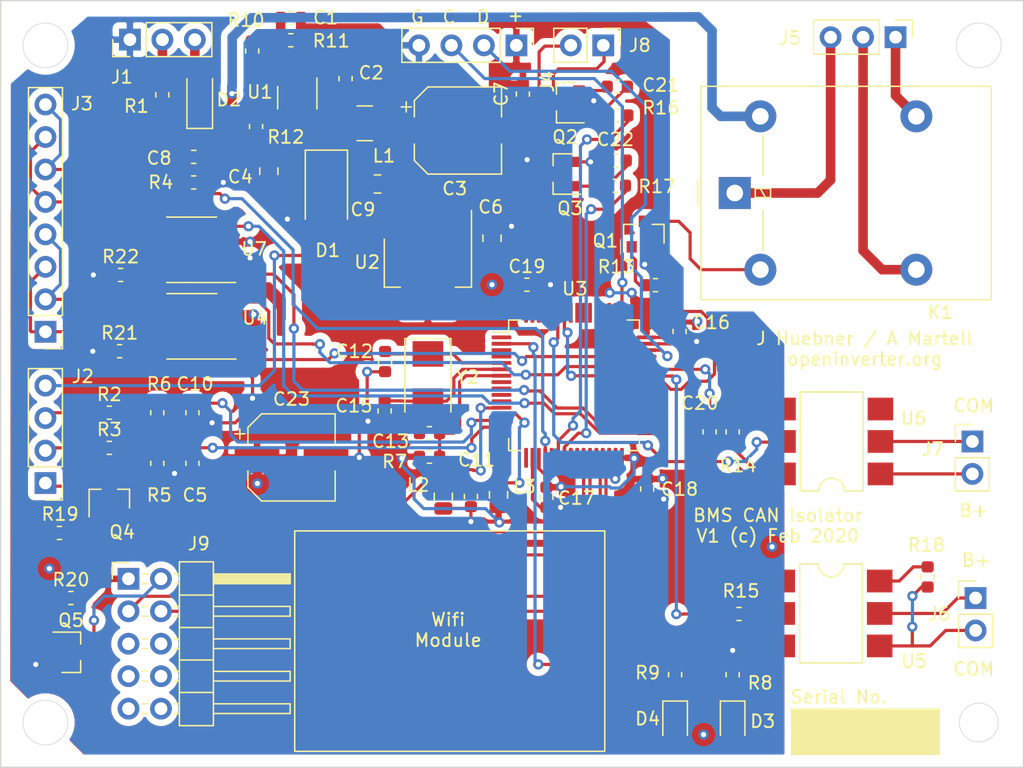
<source format=kicad_pcb>
(kicad_pcb (version 20171130) (host pcbnew "(5.1.5)-3")
  (layers (0 F.Cu signal) (31 B.Cu signal) (35 F.Paste user) (36 B.SilkS user) (37 F.SilkS user) (38 B.Mask user) (39 F.Mask user) (44 Edge.Cuts user))
  (net 0 "")
  (net 1 "Net-(C1-Pad2)")
  (net 2 +5V)
  (net 3 "Net-(C2-Pad2)")
  (net 4 "Net-(C2-Pad1)")
  (net 5 GND)
  (net 6 +12V)
  (net 7 PA1_Cur+)
  (net 8 +3V3)
  (net 9 PA4_Ignition)
  (net 10 PA0_Cur-)
  (net 11 "Net-(C11-Pad1)")
  (net 12 PD0_OSC_IN)
  (net 13 _RESET)
  (net 14 PD1_OSC_OUT)
  (net 15 PA10_USART1_RX)
  (net 16 "Net-(C20-Pad2)")
  (net 17 "Net-(C21-Pad1)")
  (net 18 "Net-(C22-Pad1)")
  (net 19 "Net-(D2-Pad2)")
  (net 20 "Net-(D3-Pad1)")
  (net 21 "Net-(D4-Pad1)")
  (net 22 "Net-(J1-Pad2)")
  (net 23 "Net-(J2-Pad1)")
  (net 24 "Net-(J2-Pad2)")
  (net 25 "Net-(J2-Pad3)")
  (net 26 SWDCLK)
  (net 27 SWDIO)
  (net 28 "Net-(J6-Pad2)")
  (net 29 "Net-(J6-Pad1)")
  (net 30 "Net-(J7-Pad1)")
  (net 31 "Net-(J7-Pad2)")
  (net 32 "Net-(J8-Pad1)")
  (net 33 "Net-(J8-Pad2)")
  (net 34 PB10_USART3_TX)
  (net 35 PB11_USART3_RX)
  (net 36 "Net-(J9-Pad5)")
  (net 37 "Net-(J9-Pad6)")
  (net 38 "Net-(J9-Pad7)")
  (net 39 "Net-(J9-Pad8)")
  (net 40 "Net-(J9-Pad9)")
  (net 41 "Net-(J9-Pad10)")
  (net 42 VSSA)
  (net 43 PB0_CSENSE_CONTROL)
  (net 44 PB1_WIFI_CONTROL)
  (net 45 PC13_LED)
  (net 46 "Net-(R12-Pad1)")
  (net 47 PA8_OUT_RELAY)
  (net 48 PA9_USART1_TX)
  (net 49 "Net-(R15-Pad1)")
  (net 50 PA6_TIM3_CH1)
  (net 51 PA7_TIM3_CH2)
  (net 52 "Net-(R18-Pad2)")
  (net 53 "Net-(R21-Pad2)")
  (net 54 "Net-(U3-Pad1)")
  (net 55 "Net-(U3-Pad3)")
  (net 56 "Net-(U3-Pad4)")
  (net 57 "Net-(U3-Pad25)")
  (net 58 "Net-(U3-Pad28)")
  (net 59 "Net-(U3-Pad38)")
  (net 60 PB7_USART1_RX)
  (net 61 "Net-(U4-Pad5)")
  (net 62 "Net-(U5-Pad3)")
  (net 63 "Net-(U6-Pad3)")
  (net 64 "Net-(Q1-Pad1)")
  (net 65 "Net-(J9-Pad2)")
  (net 66 CAN2H)
  (net 67 CAN2L)
  (net 68 CAN1H)
  (net 69 CAN1L)
  (net 70 "Net-(R22-Pad2)")
  (net 71 "Net-(U3-Pad62)")
  (net 72 "Net-(U3-Pad61)")
  (net 73 "Net-(U3-Pad60)")
  (net 74 "Net-(U3-Pad57)")
  (net 75 "Net-(U3-Pad56)")
  (net 76 "Net-(U3-Pad55)")
  (net 77 "Net-(U3-Pad54)")
  (net 78 "Net-(U3-Pad53)")
  (net 79 "Net-(U3-Pad52)")
  (net 80 "Net-(U3-Pad51)")
  (net 81 "Net-(U3-Pad50)")
  (net 82 PA12_CAN1_TX)
  (net 83 PA11_CAN1_RX)
  (net 84 "Net-(U3-Pad40)")
  (net 85 "Net-(U3-Pad39)")
  (net 86 "Net-(U3-Pad37)")
  (net 87 "Net-(U3-Pad36)")
  (net 88 "Net-(U3-Pad35)")
  (net 89 PB13_CAN2_TX)
  (net 90 PB12_CAN2_RX)
  (net 91 "Net-(U3-Pad24)")
  (net 92 "Net-(U3-Pad21)")
  (net 93 "Net-(U3-Pad17)")
  (net 94 "Net-(U3-Pad16)")
  (net 95 "Net-(U3-Pad11)")
  (net 96 "Net-(U3-Pad10)")
  (net 97 "Net-(U3-Pad9)")
  (net 98 "Net-(U3-Pad8)")
  (net 99 "Net-(U7-Pad5)")
  (net 100 "Net-(J5-Pad3)")
  (net 101 "Net-(J5-Pad2)")
  (net 102 "Net-(J5-Pad1)")
  (net 103 "Net-(K1-Pad2)")
  (module Connector_PinHeader_2.54mm:PinHeader_1x02_P2.54mm_Vertical (layer F.Cu) (at 147.1295 43.4975 270)
    (fp_text reference J8 (at 0 -2.8575) (layer F.SilkS))
    (fp_text value Conn_01x04)
    (pad 2 thru_hole oval (at 0 2.54 270) (size 1.7 1.7) (drill 1) (layers *.Cu *.Mask) (net 33 "Net-(J8-Pad2)"))
    (pad 1 thru_hole rect (at 0 0 270) (size 1.7 1.7) (drill 1) (layers *.Cu *.Mask) (net 32 "Net-(J8-Pad1)"))
  )
  (module Connector_PinHeader_2.54mm:PinHeader_1x03_P2.54mm_Vertical (layer F.Cu) (at 169.9895 42.8625 270)
    (fp_text reference J5 (at 0.0635 8.255 180) (layer F.SilkS))
    (fp_text value Conn_01x03)
    (pad 3 thru_hole oval (at 0 5.08 270) (size 1.7 1.7) (drill 1) (layers *.Cu *.Mask) (net 100 "Net-(J5-Pad3)"))
    (pad 2 thru_hole oval (at 0 2.54 270) (size 1.7 1.7) (drill 1) (layers *.Cu *.Mask) (net 101 "Net-(J5-Pad2)"))
    (pad 1 thru_hole rect (at 0 0 270) (size 1.7 1.7) (drill 1) (layers *.Cu *.Mask) (net 102 "Net-(J5-Pad1)"))
  )
  (module Package_SO:SOIC-8_3.9x4.9mm_P1.27mm (layer F.Cu) (at 114.935 59.4995 180)
    (fp_text reference U7 (at -4.8895 0.0635) (layer F.SilkS))
    (fp_text value SN65HVD230)
    (pad 8 smd roundrect (at 2.475 -1.905 180) (size 1.95 0.6) (layers F.Cu F.Paste F.Mask) (net 70 "Net-(R22-Pad2)"))
    (pad 7 smd roundrect (at 2.475 -0.635 180) (size 1.95 0.6) (layers F.Cu F.Paste F.Mask) (net 66 CAN2H))
    (pad 6 smd roundrect (at 2.475 0.635 180) (size 1.95 0.6) (layers F.Cu F.Paste F.Mask) (net 67 CAN2L))
    (pad 5 smd roundrect (at 2.475 1.905 180) (size 1.95 0.6) (layers F.Cu F.Paste F.Mask) (net 99 "Net-(U7-Pad5)"))
    (pad 4 smd roundrect (at -2.475 1.905 180) (size 1.95 0.6) (layers F.Cu F.Paste F.Mask) (net 90 PB12_CAN2_RX))
    (pad 3 smd roundrect (at -2.475 0.635 180) (size 1.95 0.6) (layers F.Cu F.Paste F.Mask) (net 8 +3V3))
    (pad 2 smd roundrect (at -2.475 -0.635 180) (size 1.95 0.6) (layers F.Cu F.Paste F.Mask) (net 5 GND))
    (pad 1 smd roundrect (at -2.475 -1.905 180) (size 1.95 0.6) (layers F.Cu F.Paste F.Mask) (net 89 PB13_CAN2_TX))
  )
  (module Package_QFP:LQFP-64_10x10mm_P0.5mm (layer F.Cu) (at 144.8435 70.104)
    (fp_text reference U3 (at 0.0635 -7.5565) (layer F.SilkS))
    (fp_text value STM32F105RBTx)
    (pad 64 smd roundrect (at -3.75 -5.675) (size 0.3 1.55) (layers F.Cu F.Paste F.Mask) (net 8 +3V3))
    (pad 63 smd roundrect (at -3.25 -5.675) (size 0.3 1.55) (layers F.Cu F.Paste F.Mask) (net 5 GND))
    (pad 62 smd roundrect (at -2.75 -5.675) (size 0.3 1.55) (layers F.Cu F.Paste F.Mask) (net 71 "Net-(U3-Pad62)"))
    (pad 61 smd roundrect (at -2.25 -5.675) (size 0.3 1.55) (layers F.Cu F.Paste F.Mask) (net 72 "Net-(U3-Pad61)"))
    (pad 60 smd roundrect (at -1.75 -5.675) (size 0.3 1.55) (layers F.Cu F.Paste F.Mask) (net 73 "Net-(U3-Pad60)"))
    (pad 59 smd roundrect (at -1.25 -5.675) (size 0.3 1.55) (layers F.Cu F.Paste F.Mask) (net 60 PB7_USART1_RX))
    (pad 58 smd roundrect (at -0.75 -5.675) (size 0.3 1.55) (layers F.Cu F.Paste F.Mask) (net 48 PA9_USART1_TX))
    (pad 57 smd roundrect (at -0.25 -5.675) (size 0.3 1.55) (layers F.Cu F.Paste F.Mask) (net 74 "Net-(U3-Pad57)"))
    (pad 56 smd roundrect (at 0.25 -5.675) (size 0.3 1.55) (layers F.Cu F.Paste F.Mask) (net 75 "Net-(U3-Pad56)"))
    (pad 55 smd roundrect (at 0.75 -5.675) (size 0.3 1.55) (layers F.Cu F.Paste F.Mask) (net 76 "Net-(U3-Pad55)"))
    (pad 54 smd roundrect (at 1.25 -5.675) (size 0.3 1.55) (layers F.Cu F.Paste F.Mask) (net 77 "Net-(U3-Pad54)"))
    (pad 53 smd roundrect (at 1.75 -5.675) (size 0.3 1.55) (layers F.Cu F.Paste F.Mask) (net 78 "Net-(U3-Pad53)"))
    (pad 52 smd roundrect (at 2.25 -5.675) (size 0.3 1.55) (layers F.Cu F.Paste F.Mask) (net 79 "Net-(U3-Pad52)"))
    (pad 51 smd roundrect (at 2.75 -5.675) (size 0.3 1.55) (layers F.Cu F.Paste F.Mask) (net 80 "Net-(U3-Pad51)"))
    (pad 50 smd roundrect (at 3.25 -5.675) (size 0.3 1.55) (layers F.Cu F.Paste F.Mask) (net 81 "Net-(U3-Pad50)"))
    (pad 49 smd roundrect (at 3.75 -5.675) (size 0.3 1.55) (layers F.Cu F.Paste F.Mask) (net 26 SWDCLK))
    (pad 48 smd roundrect (at 5.675 -3.75) (size 1.55 0.3) (layers F.Cu F.Paste F.Mask) (net 8 +3V3))
    (pad 47 smd roundrect (at 5.675 -3.25) (size 1.55 0.3) (layers F.Cu F.Paste F.Mask) (net 5 GND))
    (pad 46 smd roundrect (at 5.675 -2.75) (size 1.55 0.3) (layers F.Cu F.Paste F.Mask) (net 27 SWDIO))
    (pad 45 smd roundrect (at 5.675 -2.25) (size 1.55 0.3) (layers F.Cu F.Paste F.Mask) (net 82 PA12_CAN1_TX))
    (pad 44 smd roundrect (at 5.675 -1.75) (size 1.55 0.3) (layers F.Cu F.Paste F.Mask) (net 83 PA11_CAN1_RX))
    (pad 43 smd roundrect (at 5.675 -1.25) (size 1.55 0.3) (layers F.Cu F.Paste F.Mask) (net 15 PA10_USART1_RX))
    (pad 42 smd roundrect (at 5.675 -0.75) (size 1.55 0.3) (layers F.Cu F.Paste F.Mask) (net 48 PA9_USART1_TX))
    (pad 41 smd roundrect (at 5.675 -0.25) (size 1.55 0.3) (layers F.Cu F.Paste F.Mask) (net 47 PA8_OUT_RELAY))
    (pad 40 smd roundrect (at 5.675 0.25) (size 1.55 0.3) (layers F.Cu F.Paste F.Mask) (net 84 "Net-(U3-Pad40)"))
    (pad 39 smd roundrect (at 5.675 0.75) (size 1.55 0.3) (layers F.Cu F.Paste F.Mask) (net 85 "Net-(U3-Pad39)"))
    (pad 38 smd roundrect (at 5.675 1.25) (size 1.55 0.3) (layers F.Cu F.Paste F.Mask) (net 59 "Net-(U3-Pad38)"))
    (pad 37 smd roundrect (at 5.675 1.75) (size 1.55 0.3) (layers F.Cu F.Paste F.Mask) (net 86 "Net-(U3-Pad37)"))
    (pad 36 smd roundrect (at 5.675 2.25) (size 1.55 0.3) (layers F.Cu F.Paste F.Mask) (net 87 "Net-(U3-Pad36)"))
    (pad 35 smd roundrect (at 5.675 2.75) (size 1.55 0.3) (layers F.Cu F.Paste F.Mask) (net 88 "Net-(U3-Pad35)"))
    (pad 34 smd roundrect (at 5.675 3.25) (size 1.55 0.3) (layers F.Cu F.Paste F.Mask) (net 89 PB13_CAN2_TX))
    (pad 33 smd roundrect (at 5.675 3.75) (size 1.55 0.3) (layers F.Cu F.Paste F.Mask) (net 90 PB12_CAN2_RX))
    (pad 32 smd roundrect (at 3.75 5.675) (size 0.3 1.55) (layers F.Cu F.Paste F.Mask) (net 8 +3V3))
    (pad 31 smd roundrect (at 3.25 5.675) (size 0.3 1.55) (layers F.Cu F.Paste F.Mask) (net 5 GND))
    (pad 30 smd roundrect (at 2.75 5.675) (size 0.3 1.55) (layers F.Cu F.Paste F.Mask) (net 35 PB11_USART3_RX))
    (pad 29 smd roundrect (at 2.25 5.675) (size 0.3 1.55) (layers F.Cu F.Paste F.Mask) (net 34 PB10_USART3_TX))
    (pad 28 smd roundrect (at 1.75 5.675) (size 0.3 1.55) (layers F.Cu F.Paste F.Mask) (net 58 "Net-(U3-Pad28)"))
    (pad 27 smd roundrect (at 1.25 5.675) (size 0.3 1.55) (layers F.Cu F.Paste F.Mask) (net 44 PB1_WIFI_CONTROL))
    (pad 26 smd roundrect (at 0.75 5.675) (size 0.3 1.55) (layers F.Cu F.Paste F.Mask) (net 43 PB0_CSENSE_CONTROL))
    (pad 25 smd roundrect (at 0.25 5.675) (size 0.3 1.55) (layers F.Cu F.Paste F.Mask) (net 57 "Net-(U3-Pad25)"))
    (pad 24 smd roundrect (at -0.25 5.675) (size 0.3 1.55) (layers F.Cu F.Paste F.Mask) (net 91 "Net-(U3-Pad24)"))
    (pad 23 smd roundrect (at -0.75 5.675) (size 0.3 1.55) (layers F.Cu F.Paste F.Mask) (net 51 PA7_TIM3_CH2))
    (pad 22 smd roundrect (at -1.25 5.675) (size 0.3 1.55) (layers F.Cu F.Paste F.Mask) (net 50 PA6_TIM3_CH1))
    (pad 21 smd roundrect (at -1.75 5.675) (size 0.3 1.55) (layers F.Cu F.Paste F.Mask) (net 92 "Net-(U3-Pad21)"))
    (pad 20 smd roundrect (at -2.25 5.675) (size 0.3 1.55) (layers F.Cu F.Paste F.Mask) (net 9 PA4_Ignition))
    (pad 19 smd roundrect (at -2.75 5.675) (size 0.3 1.55) (layers F.Cu F.Paste F.Mask) (net 8 +3V3))
    (pad 18 smd roundrect (at -3.25 5.675) (size 0.3 1.55) (layers F.Cu F.Paste F.Mask) (net 5 GND))
    (pad 17 smd roundrect (at -3.75 5.675) (size 0.3 1.55) (layers F.Cu F.Paste F.Mask) (net 93 "Net-(U3-Pad17)"))
    (pad 16 smd roundrect (at -5.675 3.75) (size 1.55 0.3) (layers F.Cu F.Paste F.Mask) (net 94 "Net-(U3-Pad16)"))
    (pad 15 smd roundrect (at -5.675 3.25) (size 1.55 0.3) (layers F.Cu F.Paste F.Mask) (net 7 PA1_Cur+))
    (pad 14 smd roundrect (at -5.675 2.75) (size 1.55 0.3) (layers F.Cu F.Paste F.Mask) (net 10 PA0_Cur-))
    (pad 13 smd roundrect (at -5.675 2.25) (size 1.55 0.3) (layers F.Cu F.Paste F.Mask) (net 11 "Net-(C11-Pad1)"))
    (pad 12 smd roundrect (at -5.675 1.75) (size 1.55 0.3) (layers F.Cu F.Paste F.Mask) (net 42 VSSA))
    (pad 11 smd roundrect (at -5.675 1.25) (size 1.55 0.3) (layers F.Cu F.Paste F.Mask) (net 95 "Net-(U3-Pad11)"))
    (pad 10 smd roundrect (at -5.675 0.75) (size 1.55 0.3) (layers F.Cu F.Paste F.Mask) (net 96 "Net-(U3-Pad10)"))
    (pad 9 smd roundrect (at -5.675 0.25) (size 1.55 0.3) (layers F.Cu F.Paste F.Mask) (net 97 "Net-(U3-Pad9)"))
    (pad 8 smd roundrect (at -5.675 -0.25) (size 1.55 0.3) (layers F.Cu F.Paste F.Mask) (net 98 "Net-(U3-Pad8)"))
    (pad 7 smd roundrect (at -5.675 -0.75) (size 1.55 0.3) (layers F.Cu F.Paste F.Mask) (net 13 _RESET))
    (pad 6 smd roundrect (at -5.675 -1.25) (size 1.55 0.3) (layers F.Cu F.Paste F.Mask) (net 14 PD1_OSC_OUT))
    (pad 5 smd roundrect (at -5.675 -1.75) (size 1.55 0.3) (layers F.Cu F.Paste F.Mask) (net 12 PD0_OSC_IN))
    (pad 4 smd roundrect (at -5.675 -2.25) (size 1.55 0.3) (layers F.Cu F.Paste F.Mask) (net 56 "Net-(U3-Pad4)"))
    (pad 3 smd roundrect (at -5.675 -2.75) (size 1.55 0.3) (layers F.Cu F.Paste F.Mask) (net 55 "Net-(U3-Pad3)"))
    (pad 2 smd roundrect (at -5.675 -3.25) (size 1.55 0.3) (layers F.Cu F.Paste F.Mask) (net 45 PC13_LED))
    (pad 1 smd roundrect (at -5.675 -3.75) (size 1.55 0.3) (layers F.Cu F.Paste F.Mask) (net 54 "Net-(U3-Pad1)"))
  )
  (module Resistor_SMD:R_0603_1608Metric (layer F.Cu) (at 109.385 61.468)
    (fp_text reference R22 (at 0 -1.43) (layer F.SilkS))
    (fp_text value 10KΩ)
    (pad 2 smd roundrect (at 0.7875 0) (size 0.875 0.95) (layers F.Cu F.Paste F.Mask) (net 70 "Net-(R22-Pad2)"))
    (pad 1 smd roundrect (at -0.7875 0) (size 0.875 0.95) (layers F.Cu F.Paste F.Mask) (net 5 GND))
  )
  (module Connector_PinHeader_2.54mm:PinHeader_1x08_P2.54mm_Vertical (layer F.Cu) (at 103.505 65.913 180)
    (fp_text reference J3 (at -2.8575 17.8435) (layer F.SilkS))
    (fp_text value Conn_01x08)
    (pad 8 thru_hole oval (at 0 17.78 180) (size 1.7 1.7) (drill 1) (layers *.Cu *.Mask) (net 66 CAN2H))
    (pad 7 thru_hole oval (at 0 15.24 180) (size 1.7 1.7) (drill 1) (layers *.Cu *.Mask) (net 67 CAN2L))
    (pad 6 thru_hole oval (at 0 12.7 180) (size 1.7 1.7) (drill 1) (layers *.Cu *.Mask) (net 66 CAN2H))
    (pad 5 thru_hole oval (at 0 10.16 180) (size 1.7 1.7) (drill 1) (layers *.Cu *.Mask) (net 67 CAN2L))
    (pad 4 thru_hole oval (at 0 7.62 180) (size 1.7 1.7) (drill 1) (layers *.Cu *.Mask) (net 68 CAN1H))
    (pad 3 thru_hole oval (at 0 5.08 180) (size 1.7 1.7) (drill 1) (layers *.Cu *.Mask) (net 69 CAN1L))
    (pad 2 thru_hole oval (at 0 2.54 180) (size 1.7 1.7) (drill 1) (layers *.Cu *.Mask) (net 68 CAN1H))
    (pad 1 thru_hole rect (at 0 0 180) (size 1.7 1.7) (drill 1) (layers *.Cu *.Mask) (net 69 CAN1L))
  )
  (module Connector_PinHeader_2.54mm:PinHeader_1x03_P2.54mm_Vertical (layer F.Cu) (at 110.109 43.053 90)
    (fp_text reference J1 (at -2.921 -0.635 180) (layer F.SilkS))
    (fp_text value Conn_01x03)
    (pad 3 thru_hole oval (at 0 5.08 90) (size 1.7 1.7) (drill 1) (layers *.Cu *.Mask) (net 19 "Net-(D2-Pad2)"))
    (pad 2 thru_hole oval (at 0 2.54 90) (size 1.7 1.7) (drill 1) (layers *.Cu *.Mask) (net 22 "Net-(J1-Pad2)"))
    (pad 1 thru_hole rect (at 0 0 90) (size 1.7 1.7) (drill 1) (layers *.Cu *.Mask) (net 5 GND))
  )
  (module Relay_Custom:Relay_SPDT_Omron-G5LE-1 (layer F.Cu) (at 157.4165 55.0545 90)
    (fp_text reference K1 (at -9.3345 16.0655 180) (layer F.SilkS))
    (fp_text value G5LE-1)
    (pad 5 thru_hole oval (at 6 2 90) (size 2.5 2.5) (drill 1.3) (layers *.Cu *.Mask) (net 6 +12V))
    (pad 4 thru_hole oval (at 6 14.2 90) (size 2.5 2.5) (drill 1.3) (layers *.Cu *.Mask) (net 102 "Net-(J5-Pad1)"))
    (pad 3 thru_hole oval (at -6 14.2 90) (size 2.5 2.5) (drill 1.3) (layers *.Cu *.Mask) (net 101 "Net-(J5-Pad2)"))
    (pad 2 thru_hole oval (at -6 2 90) (size 2.5 2.5) (drill 1.3) (layers *.Cu *.Mask) (net 103 "Net-(K1-Pad2)"))
    (pad 1 thru_hole rect (at 0 0 90) (size 2.5 2.5) (drill 1.3) (layers *.Cu *.Mask) (net 100 "Net-(J5-Pad3)"))
  )
  (module Diode_SMD:D_SMA (layer F.Cu) (at 125.477 55.099 270)
    (fp_text reference D1 (at 4.45 -0.1 180) (layer F.SilkS))
    (fp_text value D_Schottky)
    (pad 1 smd rect (at -2 0 270) (size 2.5 1.8) (layers F.Cu F.Paste F.Mask) (net 4 "Net-(C2-Pad1)"))
    (pad 2 smd rect (at 2 0 270) (size 2.5 1.8) (layers F.Cu F.Paste F.Mask) (net 5 GND))
  )
  (module Package_DIP:SMDIP-6_W7.62mm (layer F.Cu) (at 165 74.5 180)
    (fp_text reference U6 (at -6.4 1.8) (layer F.SilkS))
    (fp_text value 4N35S)
    (pad 6 smd rect (at 3.81 -2.54 180) (size 2 1.78) (layers F.Cu F.Paste F.Mask) (net 16 "Net-(C20-Pad2)"))
    (pad 3 smd rect (at -3.81 2.54 180) (size 2 1.78) (layers F.Cu F.Paste F.Mask) (net 63 "Net-(U6-Pad3)"))
    (pad 5 smd rect (at 3.81 0 180) (size 2 1.78) (layers F.Cu F.Paste F.Mask) (net 60 PB7_USART1_RX))
    (pad 2 smd rect (at -3.81 0 180) (size 2 1.78) (layers F.Cu F.Paste F.Mask) (net 30 "Net-(J7-Pad1)"))
    (pad 4 smd rect (at 3.81 2.54 180) (size 2 1.78) (layers F.Cu F.Paste F.Mask) (net 15 PA10_USART1_RX))
    (pad 1 smd rect (at -3.81 -2.54 180) (size 2 1.78) (layers F.Cu F.Paste F.Mask) (net 31 "Net-(J7-Pad2)"))
  )
  (module Package_DIP:SMDIP-6_W7.62mm (layer F.Cu) (at 164.94 87.96)
    (fp_text reference U5 (at 6.51 3.734) (layer F.SilkS))
    (fp_text value 4N35S)
    (pad 6 smd rect (at 3.81 -2.54) (size 2 1.78) (layers F.Cu F.Paste F.Mask) (net 52 "Net-(R18-Pad2)"))
    (pad 3 smd rect (at -3.81 2.54) (size 2 1.78) (layers F.Cu F.Paste F.Mask) (net 62 "Net-(U5-Pad3)"))
    (pad 5 smd rect (at 3.81 0) (size 2 1.78) (layers F.Cu F.Paste F.Mask) (net 29 "Net-(J6-Pad1)"))
    (pad 2 smd rect (at -3.81 0) (size 2 1.78) (layers F.Cu F.Paste F.Mask) (net 49 "Net-(R15-Pad1)"))
    (pad 4 smd rect (at 3.81 2.54) (size 2 1.78) (layers F.Cu F.Paste F.Mask) (net 28 "Net-(J6-Pad2)"))
    (pad 1 smd rect (at -3.81 -2.54) (size 2 1.78) (layers F.Cu F.Paste F.Mask) (net 8 +3V3))
  )
  (module Capacitor_SMD:C_0603_1608Metric (layer F.Cu) (at 122.6895 41.349 180)
    (fp_text reference C1 (at -2.723 0.0105) (layer F.SilkS))
    (fp_text value 33pF)
    (pad 2 smd roundrect (at 0.7875 0 180) (size 0.875 0.95) (layers F.Cu F.Paste F.Mask) (net 1 "Net-(C1-Pad2)"))
    (pad 1 smd roundrect (at -0.7875 0 180) (size 0.875 0.95) (layers F.Cu F.Paste F.Mask) (net 2 +5V))
  )
  (module Capacitor_SMD:C_0603_1608Metric (layer F.Cu) (at 126.977 46.099 90)
    (fp_text reference C2 (at 0.45 2 180) (layer F.SilkS))
    (fp_text value 22nF)
    (pad 2 smd roundrect (at 0.7875 0 90) (size 0.875 0.95) (layers F.Cu F.Paste F.Mask) (net 3 "Net-(C2-Pad2)"))
    (pad 1 smd roundrect (at -0.7875 0 90) (size 0.875 0.95) (layers F.Cu F.Paste F.Mask) (net 4 "Net-(C2-Pad1)"))
  )
  (module Capacitor_SMD:CP_Elec_6.3x7.7 (layer F.Cu) (at 135.763 50.165)
    (fp_text reference C3 (at -0.25 4.55) (layer F.SilkS))
    (fp_text value 100uF)
    (pad 2 smd roundrect (at 2.7 0) (size 3.5 1.6) (layers F.Cu F.Paste F.Mask) (roundrect_rratio 0.15625) (net 5 GND))
    (pad 1 smd roundrect (at -2.7 0) (size 3.5 1.6) (layers F.Cu F.Paste F.Mask) (roundrect_rratio 0.15625) (net 2 +5V))
  )
  (module Capacitor_SMD:C_0805_2012Metric (layer F.Cu) (at 120.977 53.349 270)
    (fp_text reference C4 (at 0.4355 2.232 180) (layer F.SilkS))
    (fp_text value 4.7uF)
    (pad 1 smd roundrect (at -0.9375 0 270) (size 0.975 1.4) (layers F.Cu F.Paste F.Mask) (net 6 +12V))
    (pad 2 smd roundrect (at 0.9375 0 270) (size 0.975 1.4) (layers F.Cu F.Paste F.Mask) (net 5 GND))
  )
  (module Capacitor_SMD:C_0603_1608Metric (layer F.Cu) (at 115 76.2125 270)
    (fp_text reference C5 (at 2.4875 -0.2 180) (layer F.SilkS))
    (fp_text value 1nF)
    (pad 2 smd roundrect (at 0.7875 0 270) (size 0.875 0.95) (layers F.Cu F.Paste F.Mask) (net 5 GND))
    (pad 1 smd roundrect (at -0.7875 0 270) (size 0.875 0.95) (layers F.Cu F.Paste F.Mask) (net 7 PA1_Cur+))
  )
  (module Capacitor_SMD:C_0805_2012Metric (layer F.Cu) (at 138.43 58.5955 90)
    (fp_text reference C6 (at 2.45 -0.1 180) (layer F.SilkS))
    (fp_text value 10uF)
    (pad 1 smd roundrect (at -0.9375 0 90) (size 0.975 1.4) (layers F.Cu F.Paste F.Mask) (net 8 +3V3))
    (pad 2 smd roundrect (at 0.9375 0 90) (size 0.975 1.4) (layers F.Cu F.Paste F.Mask) (net 5 GND))
  )
  (module Capacitor_SMD:C_0603_1608Metric (layer F.Cu) (at 140.843 47.3075 270)
    (fp_text reference C7 (at 0 1.7 90) (layer F.SilkS))
    (fp_text value 100nF)
    (pad 1 smd roundrect (at -0.7875 0 270) (size 0.875 0.95) (layers F.Cu F.Paste F.Mask) (net 8 +3V3))
    (pad 2 smd roundrect (at 0.7875 0 270) (size 0.875 0.95) (layers F.Cu F.Paste F.Mask) (net 5 GND))
  )
  (module Capacitor_SMD:C_0603_1608Metric (layer F.Cu) (at 115.102 52.227)
    (fp_text reference C8 (at -2.707 0.097) (layer F.SilkS))
    (fp_text value 1uF)
    (pad 1 smd roundrect (at -0.7875 0) (size 0.875 0.95) (layers F.Cu F.Paste F.Mask) (net 9 PA4_Ignition))
    (pad 2 smd roundrect (at 0.7875 0) (size 0.875 0.95) (layers F.Cu F.Paste F.Mask) (net 5 GND))
  )
  (module Capacitor_SMD:C_0805_2012Metric (layer F.Cu) (at 129.477 54.349 180)
    (fp_text reference C9 (at 1.1435 -2) (layer F.SilkS))
    (fp_text value 22uF)
    (pad 2 smd roundrect (at 0.9375 0 180) (size 0.975 1.4) (layers F.Cu F.Paste F.Mask) (net 5 GND))
    (pad 1 smd roundrect (at -0.9375 0 180) (size 0.975 1.4) (layers F.Cu F.Paste F.Mask) (net 2 +5V))
  )
  (module Capacitor_SMD:C_0603_1608Metric (layer F.Cu) (at 115 72.25 270)
    (fp_text reference C10 (at -2.25 -0.2 180) (layer F.SilkS))
    (fp_text value 1nF)
    (pad 1 smd roundrect (at -0.7875 0 270) (size 0.875 0.95) (layers F.Cu F.Paste F.Mask) (net 10 PA0_Cur-))
    (pad 2 smd roundrect (at 0.7875 0 270) (size 0.875 0.95) (layers F.Cu F.Paste F.Mask) (net 5 GND))
  )
  (module Capacitor_SMD:C_0603_1608Metric (layer F.Cu) (at 136.779 78.8035 270)
    (fp_text reference C11 (at -2.8575 -0.4445 180) (layer F.SilkS))
    (fp_text value 100nF)
    (pad 1 smd roundrect (at -0.7875 0 270) (size 0.875 0.95) (layers F.Cu F.Paste F.Mask) (net 11 "Net-(C11-Pad1)"))
    (pad 2 smd roundrect (at 0.7875 0 270) (size 0.875 0.95) (layers F.Cu F.Paste F.Mask) (net 5 GND))
  )
  (module Capacitor_SMD:C_0603_1608Metric (layer F.Cu) (at 130.0665 68.246 270)
    (fp_text reference C12 (at -0.8 2.4 180) (layer F.SilkS))
    (fp_text value 20pF)
    (pad 2 smd roundrect (at 0.7875 0 270) (size 0.875 0.95) (layers F.Cu F.Paste F.Mask) (net 5 GND))
    (pad 1 smd roundrect (at -0.7875 0 270) (size 0.875 0.95) (layers F.Cu F.Paste F.Mask) (net 12 PD0_OSC_IN))
  )
  (module Capacitor_SMD:C_0603_1608Metric (layer F.Cu) (at 133.5405 73.8505 180)
    (fp_text reference C13 (at 3.048 -0.635) (layer F.SilkS))
    (fp_text value 100nF)
    (pad 1 smd roundrect (at -0.7875 0 180) (size 0.875 0.95) (layers F.Cu F.Paste F.Mask) (net 13 _RESET))
    (pad 2 smd roundrect (at 0.7875 0 180) (size 0.875 0.95) (layers F.Cu F.Paste F.Mask) (net 5 GND))
  )
  (module Capacitor_SMD:C_0603_1608Metric (layer F.Cu) (at 130.03 72.111 270)
    (fp_text reference C15 (at -0.4 2.4 180) (layer F.SilkS))
    (fp_text value 20pF)
    (pad 1 smd roundrect (at -0.7875 0 270) (size 0.875 0.95) (layers F.Cu F.Paste F.Mask) (net 14 PD1_OSC_OUT))
    (pad 2 smd roundrect (at 0.7875 0 270) (size 0.875 0.95) (layers F.Cu F.Paste F.Mask) (net 5 GND))
  )
  (module Capacitor_SMD:C_0603_1608Metric (layer F.Cu) (at 153.0985 65.8875 270)
    (fp_text reference C16 (at -0.7 -2.5 180) (layer F.SilkS))
    (fp_text value 100nF)
    (pad 2 smd roundrect (at 0.7875 0 270) (size 0.875 0.95) (layers F.Cu F.Paste F.Mask) (net 5 GND))
    (pad 1 smd roundrect (at -0.7875 0 270) (size 0.875 0.95) (layers F.Cu F.Paste F.Mask) (net 8 +3V3))
  )
  (module Capacitor_SMD:C_0603_1608Metric (layer F.Cu) (at 142.6845 78.867 270)
    (fp_text reference C17 (at 0.0635 -2.3495 180) (layer F.SilkS))
    (fp_text value 100nF)
    (pad 2 smd roundrect (at 0.7875 0 270) (size 0.875 0.95) (layers F.Cu F.Paste F.Mask) (net 5 GND))
    (pad 1 smd roundrect (at -0.7875 0 270) (size 0.875 0.95) (layers F.Cu F.Paste F.Mask) (net 8 +3V3))
  )
  (module Capacitor_SMD:C_0603_1608Metric (layer F.Cu) (at 150.567 78.219 270)
    (fp_text reference C18 (at 0.013 -2.5315 180) (layer F.SilkS))
    (fp_text value 100nF)
    (pad 2 smd roundrect (at 0.7875 0 270) (size 0.875 0.95) (layers F.Cu F.Paste F.Mask) (net 5 GND))
    (pad 1 smd roundrect (at -0.7875 0 270) (size 0.875 0.95) (layers F.Cu F.Paste F.Mask) (net 8 +3V3))
  )
  (module Capacitor_SMD:C_0603_1608Metric (layer F.Cu) (at 141.1605 62.23)
    (fp_text reference C19 (at 0 -1.43) (layer F.SilkS))
    (fp_text value 100nF)
    (pad 1 smd roundrect (at -0.7875 0) (size 0.875 0.95) (layers F.Cu F.Paste F.Mask) (net 8 +3V3))
    (pad 2 smd roundrect (at 0.7875 0) (size 0.875 0.95) (layers F.Cu F.Paste F.Mask) (net 5 GND))
  )
  (module Capacitor_SMD:C_0603_1608Metric (layer F.Cu) (at 155.448 73.75 270)
    (fp_text reference C20 (at -2.249 0.762 180) (layer F.SilkS))
    (fp_text value 20pF)
    (pad 1 smd roundrect (at -0.7875 0 270) (size 0.875 0.95) (layers F.Cu F.Paste F.Mask) (net 15 PA10_USART1_RX))
    (pad 2 smd roundrect (at 0.7875 0 270) (size 0.875 0.95) (layers F.Cu F.Paste F.Mask) (net 16 "Net-(C20-Pad2)"))
  )
  (module Capacitor_SMD:C_0603_1608Metric (layer F.Cu) (at 148.23 46.732 180)
    (fp_text reference C21 (at -3.408 0.123) (layer F.SilkS))
    (fp_text value 1uF)
    (pad 2 smd roundrect (at 0.7875 0 180) (size 0.875 0.95) (layers F.Cu F.Paste F.Mask) (net 5 GND))
    (pad 1 smd roundrect (at -0.7875 0 180) (size 0.875 0.95) (layers F.Cu F.Paste F.Mask) (net 17 "Net-(C21-Pad1)"))
  )
  (module Capacitor_SMD:C_0603_1608Metric (layer F.Cu) (at 148.1455 52.5145 180)
    (fp_text reference C22 (at 0.0635 1.651) (layer F.SilkS))
    (fp_text value 1uF)
    (pad 1 smd roundrect (at -0.7875 0 180) (size 0.875 0.95) (layers F.Cu F.Paste F.Mask) (net 18 "Net-(C22-Pad1)"))
    (pad 2 smd roundrect (at 0.7875 0 180) (size 0.875 0.95) (layers F.Cu F.Paste F.Mask) (net 5 GND))
  )
  (module Capacitor_SMD:CP_Elec_6.3x7.7 (layer F.Cu) (at 122.75 75.75)
    (fp_text reference C23 (at 0 -4.5665) (layer F.SilkS))
    (fp_text value 100uF)
    (pad 1 smd roundrect (at -2.7 0) (size 3.5 1.6) (layers F.Cu F.Paste F.Mask) (roundrect_rratio 0.15625) (net 8 +3V3))
    (pad 2 smd roundrect (at 2.7 0) (size 3.5 1.6) (layers F.Cu F.Paste F.Mask) (roundrect_rratio 0.15625) (net 5 GND))
  )
  (module Diode_SMD:D_SOD-123 (layer F.Cu) (at 115.57 47.752 90)
    (fp_text reference D2 (at 0 2.286 180) (layer F.SilkS))
    (fp_text value 1N4148)
    (pad 1 smd rect (at -1.65 0 90) (size 0.9 1.2) (layers F.Cu F.Paste F.Mask) (net 6 +12V))
    (pad 2 smd rect (at 1.65 0 90) (size 0.9 1.2) (layers F.Cu F.Paste F.Mask) (net 19 "Net-(D2-Pad2)"))
  )
  (module LED_SMD:LED_0805_2012Metric (layer F.Cu) (at 157.25 96.5 270)
    (fp_text reference D3 (at -0.1 -2.35 180) (layer F.SilkS))
    (fp_text value LED)
    (pad 1 smd roundrect (at -0.9375 0 270) (size 0.975 1.4) (layers F.Cu F.Paste F.Mask) (net 20 "Net-(D3-Pad1)"))
    (pad 2 smd roundrect (at 0.9375 0 270) (size 0.975 1.4) (layers F.Cu F.Paste F.Mask) (net 8 +3V3))
  )
  (module LED_SMD:LED_0805_2012Metric (layer F.Cu) (at 152.75 96.5 270)
    (fp_text reference D4 (at -0.3 2.15 180) (layer F.SilkS))
    (fp_text value LED)
    (pad 2 smd roundrect (at 0.9375 0 270) (size 0.975 1.4) (layers F.Cu F.Paste F.Mask) (net 8 +3V3))
    (pad 1 smd roundrect (at -0.9375 0 270) (size 0.975 1.4) (layers F.Cu F.Paste F.Mask) (net 21 "Net-(D4-Pad1)"))
  )
  (module Connector_PinHeader_2.54mm:PinHeader_1x04_P2.54mm_Vertical (layer F.Cu) (at 103.5 77.75 180)
    (fp_text reference J2 (at -2.926 8.3445) (layer F.SilkS))
    (fp_text value Conn_01x04)
    (pad 1 thru_hole rect (at 0 0 180) (size 1.7 1.7) (drill 1) (layers *.Cu *.Mask) (net 23 "Net-(J2-Pad1)"))
    (pad 2 thru_hole oval (at 0 2.54 180) (size 1.7 1.7) (drill 1) (layers *.Cu *.Mask) (net 24 "Net-(J2-Pad2)"))
    (pad 3 thru_hole oval (at 0 5.08 180) (size 1.7 1.7) (drill 1) (layers *.Cu *.Mask) (net 25 "Net-(J2-Pad3)"))
    (pad 4 thru_hole oval (at 0 7.62 180) (size 1.7 1.7) (drill 1) (layers *.Cu *.Mask) (net 2 +5V))
  )
  (module Connector_PinHeader_2.54mm:PinHeader_1x04_P2.54mm_Vertical (layer F.Cu) (at 140.335 43.4975 270)
    (fp_text reference J4 (at 2.847 -2.426 90) (layer F.SilkS))
    (fp_text value Conn_01x04)
    (pad 4 thru_hole oval (at 0 7.62 270) (size 1.7 1.7) (drill 1) (layers *.Cu *.Mask) (net 5 GND))
    (pad 3 thru_hole oval (at 0 5.08 270) (size 1.7 1.7) (drill 1) (layers *.Cu *.Mask) (net 26 SWDCLK))
    (pad 2 thru_hole oval (at 0 2.54 270) (size 1.7 1.7) (drill 1) (layers *.Cu *.Mask) (net 27 SWDIO))
    (pad 1 thru_hole rect (at 0 0 270) (size 1.7 1.7) (drill 1) (layers *.Cu *.Mask) (net 8 +3V3))
  )
  (module Connector_PinHeader_2.54mm:PinHeader_1x02_P2.54mm_Vertical (layer F.Cu) (at 176.25 86.75)
    (fp_text reference J6 (at -2.85 1.25) (layer F.SilkS))
    (fp_text value Conn_01x02)
    (pad 2 thru_hole oval (at 0 2.54) (size 1.7 1.7) (drill 1) (layers *.Cu *.Mask) (net 28 "Net-(J6-Pad2)"))
    (pad 1 thru_hole rect (at 0 0) (size 1.7 1.7) (drill 1) (layers *.Cu *.Mask) (net 29 "Net-(J6-Pad1)"))
  )
  (module Connector_PinHeader_2.54mm:PinHeader_1x02_P2.54mm_Vertical (layer F.Cu) (at 176 74.5)
    (fp_text reference J7 (at -3.1 0.6) (layer F.SilkS))
    (fp_text value Conn_01x02)
    (pad 1 thru_hole rect (at 0 0) (size 1.7 1.7) (drill 1) (layers *.Cu *.Mask) (net 30 "Net-(J7-Pad1)"))
    (pad 2 thru_hole oval (at 0 2.54) (size 1.7 1.7) (drill 1) (layers *.Cu *.Mask) (net 31 "Net-(J7-Pad2)"))
  )
  (module Connector_PinHeader_2.54mm:PinHeader_2x05_P2.54mm_Horizontal (layer F.Cu) (at 110 85.25)
    (fp_text reference J9 (at 5.5 -2.75) (layer F.SilkS))
    (fp_text value Conn_02x05_Odd_Even)
    (pad 1 thru_hole rect (at 0 0) (size 1.7 1.7) (drill 1) (layers *.Cu *.Mask) (net 8 +3V3))
    (pad 2 thru_hole oval (at 2.54 0) (size 1.7 1.7) (drill 1) (layers *.Cu *.Mask) (net 65 "Net-(J9-Pad2)"))
    (pad 3 thru_hole oval (at 0 2.54) (size 1.7 1.7) (drill 1) (layers *.Cu *.Mask) (net 34 PB10_USART3_TX))
    (pad 4 thru_hole oval (at 2.54 2.54) (size 1.7 1.7) (drill 1) (layers *.Cu *.Mask) (net 35 PB11_USART3_RX))
    (pad 5 thru_hole oval (at 0 5.08) (size 1.7 1.7) (drill 1) (layers *.Cu *.Mask) (net 36 "Net-(J9-Pad5)"))
    (pad 6 thru_hole oval (at 2.54 5.08) (size 1.7 1.7) (drill 1) (layers *.Cu *.Mask) (net 37 "Net-(J9-Pad6)"))
    (pad 7 thru_hole oval (at 0 7.62) (size 1.7 1.7) (drill 1) (layers *.Cu *.Mask) (net 38 "Net-(J9-Pad7)"))
    (pad 8 thru_hole oval (at 2.54 7.62) (size 1.7 1.7) (drill 1) (layers *.Cu *.Mask) (net 39 "Net-(J9-Pad8)"))
    (pad 9 thru_hole oval (at 0 10.16) (size 1.7 1.7) (drill 1) (layers *.Cu *.Mask) (net 40 "Net-(J9-Pad9)"))
    (pad 10 thru_hole oval (at 2.54 10.16) (size 1.7 1.7) (drill 1) (layers *.Cu *.Mask) (net 41 "Net-(J9-Pad10)"))
  )
  (module Inductor_SMD:L_1210_3225Metric (layer F.Cu) (at 128.477 49.599)
    (fp_text reference L1 (at 1.5 2.55) (layer F.SilkS))
    (fp_text value 3.3uH)
    (pad 1 smd roundrect (at -1.4 0) (size 1.25 2.65) (layers F.Cu F.Paste F.Mask) (roundrect_rratio 0.2) (net 4 "Net-(C2-Pad1)"))
    (pad 2 smd roundrect (at 1.4 0) (size 1.25 2.65) (layers F.Cu F.Paste F.Mask) (roundrect_rratio 0.2) (net 2 +5V))
  )
  (module Inductor_SMD:L_0805_2012Metric (layer F.Cu) (at 134.62 78.8035 270)
    (fp_text reference L2 (at -0.889 1.9685 180) (layer F.SilkS))
    (fp_text value 10uH)
    (pad 1 smd roundrect (at -0.9375 0 270) (size 0.975 1.4) (layers F.Cu F.Paste F.Mask) (net 42 VSSA))
    (pad 2 smd roundrect (at 0.9375 0 270) (size 0.975 1.4) (layers F.Cu F.Paste F.Mask) (net 5 GND))
  )
  (module Inductor_SMD:L_0805_2012Metric (layer F.Cu) (at 138.938 78.6765 90)
    (fp_text reference L3 (at 0.635 2.032 180) (layer F.SilkS))
    (fp_text value 10uH)
    (pad 2 smd roundrect (at 0.9375 0 90) (size 0.975 1.4) (layers F.Cu F.Paste F.Mask) (net 11 "Net-(C11-Pad1)"))
    (pad 1 smd roundrect (at -0.9375 0 90) (size 0.975 1.4) (layers F.Cu F.Paste F.Mask) (net 8 +3V3))
  )
  (module Package_TO_SOT_SMD:SOT-23 (layer F.Cu) (at 108.5 79 90)
    (fp_text reference Q4 (at -2.6 1 180) (layer F.SilkS))
    (fp_text value 2N7002)
    (pad 3 smd rect (at 1 0 90) (size 0.9 0.8) (layers F.Cu F.Paste F.Mask) (net 23 "Net-(J2-Pad1)"))
    (pad 2 smd rect (at -1 0.95 90) (size 0.9 0.8) (layers F.Cu F.Paste F.Mask) (net 42 VSSA))
    (pad 1 smd rect (at -1 -0.95 90) (size 0.9 0.8) (layers F.Cu F.Paste F.Mask) (net 43 PB0_CSENSE_CONTROL))
  )
  (module Package_TO_SOT_SMD:SOT-23 (layer F.Cu) (at 105.5 91)
    (fp_text reference Q5 (at 0 -2.5) (layer F.SilkS))
    (fp_text value 2N7002)
    (pad 1 smd rect (at -1 -0.95) (size 0.9 0.8) (layers F.Cu F.Paste F.Mask) (net 44 PB1_WIFI_CONTROL))
    (pad 2 smd rect (at -1 0.95) (size 0.9 0.8) (layers F.Cu F.Paste F.Mask) (net 5 GND))
    (pad 3 smd rect (at 1 0) (size 0.9 0.8) (layers F.Cu F.Paste F.Mask) (net 65 "Net-(J9-Pad2)"))
  )
  (module Resistor_SMD:R_0603_1608Metric (layer F.Cu) (at 112.649 47.371 270)
    (fp_text reference R1 (at 0.889 2.032 180) (layer F.SilkS))
    (fp_text value 10KΩ)
    (pad 2 smd roundrect (at 0.7875 0 270) (size 0.875 0.95) (layers F.Cu F.Paste F.Mask) (net 9 PA4_Ignition))
    (pad 1 smd roundrect (at -0.7875 0 270) (size 0.875 0.95) (layers F.Cu F.Paste F.Mask) (net 22 "Net-(J1-Pad2)"))
  )
  (module Resistor_SMD:R_0603_1608Metric (layer F.Cu) (at 108.5 72.25)
    (fp_text reference R2 (at 0 -1.43) (layer F.SilkS))
    (fp_text value 15KΩ)
    (pad 1 smd roundrect (at -0.7875 0) (size 0.875 0.95) (layers F.Cu F.Paste F.Mask) (net 25 "Net-(J2-Pad3)"))
    (pad 2 smd roundrect (at 0.7875 0) (size 0.875 0.95) (layers F.Cu F.Paste F.Mask) (net 10 PA0_Cur-))
  )
  (module Resistor_SMD:R_0603_1608Metric (layer F.Cu) (at 108.5 75)
    (fp_text reference R3 (at 0 -1.43) (layer F.SilkS))
    (fp_text value 15KΩ)
    (pad 2 smd roundrect (at 0.7875 0) (size 0.875 0.95) (layers F.Cu F.Paste F.Mask) (net 7 PA1_Cur+))
    (pad 1 smd roundrect (at -0.7875 0) (size 0.875 0.95) (layers F.Cu F.Paste F.Mask) (net 24 "Net-(J2-Pad2)"))
  )
  (module Resistor_SMD:R_0603_1608Metric (layer F.Cu) (at 115.102 54.227 180)
    (fp_text reference R4 (at 2.58 -0.002) (layer F.SilkS))
    (fp_text value 15KΩ)
    (pad 1 smd roundrect (at -0.7875 0 180) (size 0.875 0.95) (layers F.Cu F.Paste F.Mask) (net 5 GND))
    (pad 2 smd roundrect (at 0.7875 0 180) (size 0.875 0.95) (layers F.Cu F.Paste F.Mask) (net 9 PA4_Ignition))
  )
  (module Resistor_SMD:R_0603_1608Metric (layer F.Cu) (at 112.25 76.2125 90)
    (fp_text reference R5 (at -2.4875 0.15 180) (layer F.SilkS))
    (fp_text value 4.7KΩ)
    (pad 1 smd roundrect (at -0.7875 0 90) (size 0.875 0.95) (layers F.Cu F.Paste F.Mask) (net 5 GND))
    (pad 2 smd roundrect (at 0.7875 0 90) (size 0.875 0.95) (layers F.Cu F.Paste F.Mask) (net 7 PA1_Cur+))
  )
  (module Resistor_SMD:R_0603_1608Metric (layer F.Cu) (at 112.25 72.25 90)
    (fp_text reference R6 (at 2.25 0.15 180) (layer F.SilkS))
    (fp_text value 4.7KΩ)
    (pad 1 smd roundrect (at -0.7875 0 90) (size 0.875 0.95) (layers F.Cu F.Paste F.Mask) (net 5 GND))
    (pad 2 smd roundrect (at 0.7875 0 90) (size 0.875 0.95) (layers F.Cu F.Paste F.Mask) (net 10 PA0_Cur-))
  )
  (module Resistor_SMD:R_0603_1608Metric (layer F.Cu) (at 133.5405 75.692)
    (fp_text reference R7 (at -2.7305 0.381) (layer F.SilkS))
    (fp_text value 10KΩ)
    (pad 2 smd roundrect (at 0.7875 0) (size 0.875 0.95) (layers F.Cu F.Paste F.Mask) (net 13 _RESET))
    (pad 1 smd roundrect (at -0.7875 0) (size 0.875 0.95) (layers F.Cu F.Paste F.Mask) (net 8 +3V3))
  )
  (module Resistor_SMD:R_0603_1608Metric (layer F.Cu) (at 157.25 92.75 270)
    (fp_text reference R8 (at 0.65 -2.15 180) (layer F.SilkS))
    (fp_text value 470Ω)
    (pad 2 smd roundrect (at 0.7875 0 270) (size 0.875 0.95) (layers F.Cu F.Paste F.Mask) (net 20 "Net-(D3-Pad1)"))
    (pad 1 smd roundrect (at -0.7875 0 270) (size 0.875 0.95) (layers F.Cu F.Paste F.Mask) (net 5 GND))
  )
  (module Resistor_SMD:R_0603_1608Metric (layer F.Cu) (at 152.75 92.75 270)
    (fp_text reference R9 (at -0.15 2.15 180) (layer F.SilkS))
    (fp_text value 470Ω)
    (pad 1 smd roundrect (at -0.7875 0 270) (size 0.875 0.95) (layers F.Cu F.Paste F.Mask) (net 45 PC13_LED))
    (pad 2 smd roundrect (at 0.7875 0 270) (size 0.875 0.95) (layers F.Cu F.Paste F.Mask) (net 21 "Net-(D4-Pad1)"))
  )
  (module Resistor_SMD:R_0603_1608Metric (layer F.Cu) (at 119.677 43.949 270)
    (fp_text reference R10 (at -2.42 0.4875 180) (layer F.SilkS))
    (fp_text value 9.53KΩ)
    (pad 2 smd roundrect (at 0.7875 0 270) (size 0.875 0.95) (layers F.Cu F.Paste F.Mask) (net 5 GND))
    (pad 1 smd roundrect (at -0.7875 0 270) (size 0.875 0.95) (layers F.Cu F.Paste F.Mask) (net 1 "Net-(C1-Pad2)"))
  )
  (module Resistor_SMD:R_0603_1608Metric (layer F.Cu) (at 122.6895 43.099 180)
    (fp_text reference R11 (at -3.1675 -0.05) (layer F.SilkS))
    (fp_text value 49.9KΩ)
    (pad 1 smd roundrect (at -0.7875 0 180) (size 0.875 0.95) (layers F.Cu F.Paste F.Mask) (net 2 +5V))
    (pad 2 smd roundrect (at 0.7875 0 180) (size 0.875 0.95) (layers F.Cu F.Paste F.Mask) (net 1 "Net-(C1-Pad2)"))
  )
  (module Resistor_SMD:R_0603_1608Metric (layer F.Cu) (at 119.977 49.849 270)
    (fp_text reference R12 (at 0.824 -2.324 180) (layer F.SilkS))
    (fp_text value 100KΩ)
    (pad 2 smd roundrect (at 0.7875 0 270) (size 0.875 0.95) (layers F.Cu F.Paste F.Mask) (net 6 +12V))
    (pad 1 smd roundrect (at -0.7875 0 270) (size 0.875 0.95) (layers F.Cu F.Paste F.Mask) (net 46 "Net-(R12-Pad1)"))
  )
  (module Resistor_SMD:R_0603_1608Metric (layer F.Cu) (at 151.208 62.2695 180)
    (fp_text reference R13 (at 3.0625 1.4365) (layer F.SilkS))
    (fp_text value 10KΩ)
    (pad 2 smd roundrect (at 0.7875 0 180) (size 0.875 0.95) (layers F.Cu F.Paste F.Mask) (net 64 "Net-(Q1-Pad1)"))
    (pad 1 smd roundrect (at -0.7875 0 180) (size 0.875 0.95) (layers F.Cu F.Paste F.Mask) (net 47 PA8_OUT_RELAY))
  )
  (module Resistor_SMD:R_0603_1608Metric (layer F.Cu) (at 157.25 73.75 90)
    (fp_text reference R14 (at -2.6405 0.4205 180) (layer F.SilkS))
    (fp_text value 100KΩ)
    (pad 1 smd roundrect (at -0.7875 0 90) (size 0.875 0.95) (layers F.Cu F.Paste F.Mask) (net 16 "Net-(C20-Pad2)"))
    (pad 2 smd roundrect (at 0.7875 0 90) (size 0.875 0.95) (layers F.Cu F.Paste F.Mask) (net 15 PA10_USART1_RX))
  )
  (module Resistor_SMD:R_0603_1608Metric (layer F.Cu) (at 157.75 88 180)
    (fp_text reference R15 (at -0.15 1.8) (layer F.SilkS))
    (fp_text value 270Ω)
    (pad 2 smd roundrect (at 0.7875 0 180) (size 0.875 0.95) (layers F.Cu F.Paste F.Mask) (net 48 PA9_USART1_TX))
    (pad 1 smd roundrect (at -0.7875 0 180) (size 0.875 0.95) (layers F.Cu F.Paste F.Mask) (net 49 "Net-(R15-Pad1)"))
  )
  (module Resistor_SMD:R_0603_1608Metric (layer F.Cu) (at 148.2675 48.982 180)
    (fp_text reference R16 (at -3.3705 0.595) (layer F.SilkS))
    (fp_text value 10KΩ)
    (pad 1 smd roundrect (at -0.7875 0 180) (size 0.875 0.95) (layers F.Cu F.Paste F.Mask) (net 50 PA6_TIM3_CH1))
    (pad 2 smd roundrect (at 0.7875 0 180) (size 0.875 0.95) (layers F.Cu F.Paste F.Mask) (net 17 "Net-(C21-Pad1)"))
  )
  (module Resistor_SMD:R_0603_1608Metric (layer F.Cu) (at 148.082 54.483 180)
    (fp_text reference R17 (at -3.2385 -0.0635 180) (layer F.SilkS))
    (fp_text value 10KΩ)
    (pad 2 smd roundrect (at 0.7875 0 180) (size 0.875 0.95) (layers F.Cu F.Paste F.Mask) (net 18 "Net-(C22-Pad1)"))
    (pad 1 smd roundrect (at -0.7875 0 180) (size 0.875 0.95) (layers F.Cu F.Paste F.Mask) (net 51 PA7_TIM3_CH2))
  )
  (module Resistor_SMD:R_0603_1608Metric (layer F.Cu) (at 172.5 85.1 90)
    (fp_text reference R18 (at 2.5 -0.1 180) (layer F.SilkS))
    (fp_text value 100KΩ)
    (pad 1 smd roundrect (at -0.7875 0 90) (size 0.875 0.95) (layers F.Cu F.Paste F.Mask) (net 28 "Net-(J6-Pad2)"))
    (pad 2 smd roundrect (at 0.7875 0 90) (size 0.875 0.95) (layers F.Cu F.Paste F.Mask) (net 52 "Net-(R18-Pad2)"))
  )
  (module Resistor_SMD:R_0603_1608Metric (layer F.Cu) (at 104.6 81.661)
    (fp_text reference R19 (at 0.048 -1.4755) (layer F.SilkS))
    (fp_text value 10KΩ)
    (pad 2 smd roundrect (at 0.7875 0) (size 0.875 0.95) (layers F.Cu F.Paste F.Mask) (net 43 PB0_CSENSE_CONTROL))
    (pad 1 smd roundrect (at -0.7875 0) (size 0.875 0.95) (layers F.Cu F.Paste F.Mask) (net 8 +3V3))
  )
  (module Resistor_SMD:R_0603_1608Metric (layer F.Cu) (at 105.5 86.75)
    (fp_text reference R20 (at 0 -1.43) (layer F.SilkS))
    (fp_text value 10KΩ)
    (pad 1 smd roundrect (at -0.7875 0) (size 0.875 0.95) (layers F.Cu F.Paste F.Mask) (net 8 +3V3))
    (pad 2 smd roundrect (at 0.7875 0) (size 0.875 0.95) (layers F.Cu F.Paste F.Mask) (net 44 PB1_WIFI_CONTROL))
  )
  (module Resistor_SMD:R_0603_1608Metric (layer F.Cu) (at 109.3065 67.438)
    (fp_text reference R21 (at 0 -1.43) (layer F.SilkS))
    (fp_text value 10KΩ)
    (pad 1 smd roundrect (at -0.7875 0) (size 0.875 0.95) (layers F.Cu F.Paste F.Mask) (net 5 GND))
    (pad 2 smd roundrect (at 0.7875 0) (size 0.875 0.95) (layers F.Cu F.Paste F.Mask) (net 53 "Net-(R21-Pad2)"))
  )
  (module Package_TO_SOT_SMD:TSOT-23-6 (layer F.Cu) (at 123.227 47.599 270)
    (fp_text reference U1 (at -0.45 2.95 180) (layer F.SilkS))
    (fp_text value MP2359)
    (pad 1 smd rect (at -1.31 -0.95 270) (size 1.22 0.65) (layers F.Cu F.Paste F.Mask) (net 3 "Net-(C2-Pad2)"))
    (pad 2 smd rect (at -1.31 0 270) (size 1.22 0.65) (layers F.Cu F.Paste F.Mask) (net 5 GND))
    (pad 3 smd rect (at -1.31 0.95 270) (size 1.22 0.65) (layers F.Cu F.Paste F.Mask) (net 1 "Net-(C1-Pad2)"))
    (pad 4 smd rect (at 1.31 0.95 270) (size 1.22 0.65) (layers F.Cu F.Paste F.Mask) (net 46 "Net-(R12-Pad1)"))
    (pad 5 smd rect (at 1.31 0 270) (size 1.22 0.65) (layers F.Cu F.Paste F.Mask) (net 6 +12V))
    (pad 6 smd rect (at 1.31 -0.95 270) (size 1.22 0.65) (layers F.Cu F.Paste F.Mask) (net 4 "Net-(C2-Pad1)"))
  )
  (module Package_TO_SOT_SMD:SOT-223-3_TabPin2 (layer F.Cu) (at 133.4135 60.5155 270)
    (fp_text reference U2 (at -0.05 4.75) (layer F.SilkS))
    (fp_text value LD1117S33TR_SOT223)
    (pad 2 smd rect (at 3.15 0 270) (size 2 3.8) (layers F.Cu F.Paste F.Mask) (net 8 +3V3))
    (pad 2 smd rect (at -3.15 0 270) (size 2 1.5) (layers F.Cu F.Paste F.Mask) (net 8 +3V3))
    (pad 3 smd rect (at -3.15 2.3 270) (size 2 1.5) (layers F.Cu F.Paste F.Mask) (net 2 +5V))
    (pad 1 smd rect (at -3.15 -2.3 270) (size 2 1.5) (layers F.Cu F.Paste F.Mask) (net 5 GND))
  )
  (module Package_SO:SOIC-8_3.9x4.9mm_P1.27mm (layer F.Cu) (at 114.9565 65.488 180)
    (fp_text reference U4 (at -4.95 0.65) (layer F.SilkS))
    (fp_text value SN65HVD230)
    (pad 1 smd roundrect (at -2.475 -1.905 180) (size 1.95 0.6) (layers F.Cu F.Paste F.Mask) (net 82 PA12_CAN1_TX))
    (pad 2 smd roundrect (at -2.475 -0.635 180) (size 1.95 0.6) (layers F.Cu F.Paste F.Mask) (net 5 GND))
    (pad 3 smd roundrect (at -2.475 0.635 180) (size 1.95 0.6) (layers F.Cu F.Paste F.Mask) (net 8 +3V3))
    (pad 4 smd roundrect (at -2.475 1.905 180) (size 1.95 0.6) (layers F.Cu F.Paste F.Mask) (net 83 PA11_CAN1_RX))
    (pad 5 smd roundrect (at 2.475 1.905 180) (size 1.95 0.6) (layers F.Cu F.Paste F.Mask) (net 61 "Net-(U4-Pad5)"))
    (pad 6 smd roundrect (at 2.475 0.635 180) (size 1.95 0.6) (layers F.Cu F.Paste F.Mask) (net 69 CAN1L))
    (pad 7 smd roundrect (at 2.475 -0.635 180) (size 1.95 0.6) (layers F.Cu F.Paste F.Mask) (net 68 CAN1H))
    (pad 8 smd roundrect (at 2.475 -1.905 180) (size 1.95 0.6) (layers F.Cu F.Paste F.Mask) (net 53 "Net-(R21-Pad2)"))
  )
  (module Crystal:Crystal_SMD_5032-2Pin_5.0x3.2mm (layer F.Cu) (at 133.4165 69.496 270)
    (fp_text reference Y2 (at -0.027 -3.1085 180) (layer F.SilkS))
    (fp_text value 8M0)
    (pad 1 smd rect (at -1.85 0 270) (size 2 2.4) (layers F.Cu F.Paste F.Mask) (net 12 PD0_OSC_IN))
    (pad 2 smd rect (at 1.85 0 270) (size 2 2.4) (layers F.Cu F.Paste F.Mask) (net 14 PD1_OSC_OUT))
  )
  (module Package_TO_SOT_SMD:SOT-23 (layer F.Cu) (at 150.3045 58.2695 90)
    (fp_text reference Q1 (at -0.5315 -3.0165 180) (layer F.SilkS))
    (fp_text value 2N7002)
    (pad 1 smd rect (at -1 -0.95 90) (size 0.9 0.8) (layers F.Cu F.Paste F.Mask) (net 64 "Net-(Q1-Pad1)"))
    (pad 2 smd rect (at -1 0.95 90) (size 0.9 0.8) (layers F.Cu F.Paste F.Mask) (net 5 GND))
    (pad 3 smd rect (at 1 0 90) (size 0.9 0.8) (layers F.Cu F.Paste F.Mask) (net 103 "Net-(K1-Pad2)"))
  )
  (module Package_TO_SOT_SMD:SOT-23 (layer F.Cu) (at 144.23 47.982 180)
    (fp_text reference Q2 (at 0.085 -2.691) (layer F.SilkS))
    (fp_text value 2N7002)
    (pad 3 smd rect (at 1 0 180) (size 0.9 0.8) (layers F.Cu F.Paste F.Mask) (net 32 "Net-(J8-Pad1)"))
    (pad 2 smd rect (at -1 0.95 180) (size 0.9 0.8) (layers F.Cu F.Paste F.Mask) (net 5 GND))
    (pad 1 smd rect (at -1 -0.95 180) (size 0.9 0.8) (layers F.Cu F.Paste F.Mask) (net 17 "Net-(C21-Pad1)"))
  )
  (module Package_TO_SOT_SMD:SOT-23 (layer F.Cu) (at 143.967 53.57 180)
    (fp_text reference Q3 (at -0.559 -2.691) (layer F.SilkS))
    (fp_text value 2N7002)
    (pad 1 smd rect (at -1 -0.95 180) (size 0.9 0.8) (layers F.Cu F.Paste F.Mask) (net 18 "Net-(C22-Pad1)"))
    (pad 2 smd rect (at -1 0.95 180) (size 0.9 0.8) (layers F.Cu F.Paste F.Mask) (net 5 GND))
    (pad 3 smd rect (at 1 0 180) (size 0.9 0.8) (layers F.Cu F.Paste F.Mask) (net 33 "Net-(J8-Pad2)"))
  )
  (gr_text "Serial No." (at 165.5445 94.488) (layer F.SilkS) (effects (font (size 1 1))))
  (gr_poly (pts (xy 173.4185 98.9965) (xy 161.8615 98.9965) (xy 161.8615 95.4405) (xy 173.4185 95.4405)) (layer F.SilkS) (width 0.1))
  (gr_text + (at 140.2715 41.148) (layer F.SilkS) (effects (font (size 1 1))))
  (gr_text D (at 137.7315 41.275) (layer F.SilkS) (effects (font (size 1 1))))
  (gr_text C (at 135.0645 41.275) (layer F.SilkS) (effects (font (size 1 1))))
  (gr_text "J Huebner / A Martell\nopeninverter.org" (at 167.5765 67.2465) (layer F.SilkS) (effects (font (size 1 1))))
  (gr_text "BMS CAN Isolator\nV1 (c) Feb 2020\n" (at 160.782 81.0895) (layer F.SilkS) (effects (font (size 1 1))))
  (gr_text COM (at 176.1 71.7) (layer F.SilkS) (effects (font (size 1 1))))
  (gr_text B+ (at 176.1 79.9) (layer F.SilkS) (effects (font (size 1 1))))
  (gr_text COM (at 176.1 92.3) (layer F.SilkS) (effects (font (size 1 1))))
  (gr_text B+ (at 176.3 83.8) (layer F.SilkS) (effects (font (size 1 1))))
  (gr_text G (at 132.588 41.275) (layer F.SilkS) (effects (font (size 1 1))))
  (gr_text "Wifi\nModule" (at 135 89.25) (layer F.SilkS) (effects (font (size 1 1))))
  (gr_line (start 147.25 98.75) (end 123 98.75) (layer F.SilkS) (width 0.12))
  (gr_line (start 147.25 81.5) (end 147.25 98.75) (layer F.SilkS) (width 0.12))
  (gr_line (start 123 81.5) (end 147.25 81.5) (layer F.SilkS) (width 0.12))
  (gr_line (start 123 98.75) (end 123 81.5) (layer F.SilkS) (width 0.12))
  (gr_circle (center 176.5 43.5) (end 178.25 43.5) (layer Edge.Cuts) (width 0.05))
  (gr_circle (center 176.5 96.5) (end 178 96.75) (layer Edge.Cuts) (width 0.05))
  (gr_circle (center 103.5 43.5) (end 105.25 43.5) (layer Edge.Cuts) (width 0.05))
  (gr_circle (center 103.5 96.5) (end 105.25 96.5) (layer Edge.Cuts) (width 0.05))
  (gr_line (start 180 40) (end 180 100) (layer Edge.Cuts) (width 0.1))
  (gr_line (start 100 40) (end 180 40) (layer Edge.Cuts) (width 0.1))
  (gr_line (start 100 100) (end 100 40) (layer Edge.Cuts) (width 0.1))
  (gr_line (start 180 100) (end 100 100) (layer Edge.Cuts) (width 0.1))
  (segment (start 122.277 46.289) (end 122.277 45.349) (width 0.75) (layer F.Cu) (net 1))
  (segment (start 121.902 44.974) (end 121.902 43.099) (width 0.75) (layer F.Cu) (net 1))
  (segment (start 122.277 45.349) (end 121.902 44.974) (width 0.75) (layer F.Cu) (net 1))
  (segment (start 121.902 43.099) (end 121.902 41.349) (width 0.75) (layer F.Cu) (net 1))
  (segment (start 121.902 43.099) (end 119.5145 43.099) (width 0.75) (layer F.Cu) (net 1))
  (segment (start 129.877 49.599) (end 129.877 42.549) (width 0.75) (layer F.Cu) (net 2))
  (segment (start 129.477 42.149) (end 123.477 42.149) (width 0.75) (layer F.Cu) (net 2))
  (segment (start 123.477 42.149) (end 123.477 41.349) (width 0.75) (layer F.Cu) (net 2))
  (segment (start 129.877 42.549) (end 129.477 42.149) (width 0.75) (layer F.Cu) (net 2))
  (segment (start 123.477 43.099) (end 123.477 42.149) (width 0.75) (layer F.Cu) (net 2))
  (segment (start 130.377 50.099) (end 129.877 49.599) (width 0.75) (layer F.Cu) (net 2))
  (segment (start 134.027 50.099) (end 130.377 50.099) (width 0.75) (layer F.Cu) (net 2))
  (segment (start 129.877 53.1115) (end 129.877 49.599) (width 0.75) (layer F.Cu) (net 2))
  (segment (start 130.4145 53.649) (end 129.877 53.1115) (width 0.75) (layer F.Cu) (net 2))
  (segment (start 130.4145 54.349) (end 130.4145 53.649) (width 0.75) (layer F.Cu) (net 2))
  (segment (start 131.1135 58.6155) (end 129.785 59.944) (width 0.25) (layer F.Cu) (net 2))
  (segment (start 131.1135 57.3655) (end 131.1135 58.6155) (width 0.25) (layer F.Cu) (net 2))
  (via (at 121.412 59.944) (size 0.8) (drill 0.4) (layers F.Cu B.Cu) (net 2))
  (segment (start 129.785 59.944) (end 121.412 59.944) (width 0.25) (layer F.Cu) (net 2))
  (segment (start 121.412 59.944) (end 121.412 68.961) (width 0.25) (layer B.Cu) (net 2))
  (segment (start 120.243 70.13) (end 103.5 70.13) (width 0.25) (layer B.Cu) (net 2))
  (segment (start 121.412 68.961) (end 120.243 70.13) (width 0.25) (layer B.Cu) (net 2))
  (segment (start 130.4145 56.6665) (end 131.1135 57.3655) (width 0.75) (layer F.Cu) (net 2))
  (segment (start 130.4145 54.349) (end 130.4145 56.6665) (width 0.75) (layer F.Cu) (net 2))
  (segment (start 125.1545 45.3115) (end 124.177 46.289) (width 0.75) (layer F.Cu) (net 3))
  (segment (start 126.977 45.3115) (end 125.1545 45.3115) (width 0.75) (layer F.Cu) (net 3))
  (segment (start 125.477 53.099) (end 125.477 48.949) (width 0.75) (layer F.Cu) (net 4))
  (segment (start 126.637 48.909) (end 127.327 49.599) (width 0.75) (layer F.Cu) (net 4))
  (segment (start 125.477 48.949) (end 126.637 48.909) (width 0.75) (layer F.Cu) (net 4))
  (segment (start 124.177 48.909) (end 125.477 48.949) (width 0.75) (layer F.Cu) (net 4))
  (segment (start 126.977 49.499) (end 127.077 49.599) (width 0.75) (layer F.Cu) (net 4))
  (segment (start 126.977 46.8865) (end 126.977 49.499) (width 0.75) (layer F.Cu) (net 4))
  (segment (start 120.977 54.2865) (end 120.977 55.649) (width 0.75) (layer F.Cu) (net 5))
  (segment (start 122.427 57.099) (end 125.477 57.099) (width 0.75) (layer F.Cu) (net 5))
  (segment (start 120.977 55.649) (end 122.427 57.099) (width 0.75) (layer F.Cu) (net 5))
  (segment (start 125.477 57.099) (end 127.927 57.099) (width 0.75) (layer F.Cu) (net 5))
  (segment (start 128.5395 56.4865) (end 128.5395 54.349) (width 0.75) (layer F.Cu) (net 5))
  (segment (start 127.927 57.099) (end 128.5395 56.4865) (width 0.75) (layer F.Cu) (net 5))
  (segment (start 128.5395 54.349) (end 128.5395 44.0115) (width 0.75) (layer F.Cu) (net 5))
  (segment (start 128.5395 44.0115) (end 128.277 43.749) (width 0.75) (layer F.Cu) (net 5))
  (segment (start 128.277 43.749) (end 124.677 43.749) (width 0.75) (layer F.Cu) (net 5))
  (segment (start 123.227 45.199) (end 123.227 46.289) (width 0.75) (layer F.Cu) (net 5))
  (segment (start 124.677 43.749) (end 123.227 45.199) (width 0.75) (layer F.Cu) (net 5))
  (segment (start 119.677 47.149) (end 119.677 44.7365) (width 0.75) (layer F.Cu) (net 5))
  (segment (start 120.077 47.549) (end 119.677 47.149) (width 0.75) (layer F.Cu) (net 5))
  (segment (start 122.877 47.549) (end 120.077 47.549) (width 0.75) (layer F.Cu) (net 5))
  (segment (start 123.227 47.399) (end 122.877 47.549) (width 0.75) (layer F.Cu) (net 5))
  (segment (start 123.227 46.289) (end 123.227 47.399) (width 0.75) (layer F.Cu) (net 5))
  (segment (start 139.427 50.099) (end 141.177 51.849) (width 0.75) (layer F.Cu) (net 5))
  (via (at 141.177 52.449) (size 0.8) (drill 0.4) (layers F.Cu B.Cu) (net 5))
  (segment (start 141.177 51.849) (end 141.177 52.449) (width 0.75) (layer F.Cu) (net 5))
  (segment (start 129.5915 69.0335) (end 129.579 69.046) (width 0.25) (layer F.Cu) (net 5))
  (segment (start 130.0665 69.0335) (end 129.5915 69.0335) (width 0.25) (layer F.Cu) (net 5))
  (via (at 128.6665 69.046) (size 0.8) (drill 0.4) (layers F.Cu B.Cu) (net 5))
  (segment (start 129.579 69.046) (end 128.6665 69.046) (width 0.25) (layer F.Cu) (net 5))
  (segment (start 129.555 72.8985) (end 129.5425 72.911) (width 0.25) (layer F.Cu) (net 5))
  (segment (start 130.03 72.8985) (end 129.555 72.8985) (width 0.25) (layer F.Cu) (net 5))
  (via (at 128.73 72.911) (size 0.8) (drill 0.4) (layers F.Cu B.Cu) (net 5))
  (segment (start 129.5425 72.911) (end 128.73 72.911) (width 0.25) (layer F.Cu) (net 5))
  (segment (start 125.45 75.75) (end 128.05 75.75) (width 0.25) (layer F.Cu) (net 5))
  (via (at 128.05 75.75) (size 0.8) (drill 0.4) (layers F.Cu B.Cu) (net 5))
  (via (at 119.6975 71.12) (size 0.8) (drill 0.4) (layers F.Cu B.Cu) (net 5))
  (segment (start 112.25 73.0375) (end 115 73.0375) (width 0.25) (layer F.Cu) (net 5))
  (segment (start 115 73.0375) (end 116.5375 73.0375) (width 0.25) (layer F.Cu) (net 5))
  (via (at 116.5375 73.0375) (size 0.8) (drill 0.4) (layers F.Cu B.Cu) (net 5))
  (segment (start 112.25 77) (end 113.6 77) (width 0.25) (layer F.Cu) (net 5))
  (segment (start 113.6 77) (end 115 77) (width 0.25) (layer F.Cu) (net 5))
  (segment (start 108.519 67.438) (end 108.0815 67.438) (width 0.25) (layer F.Cu) (net 5))
  (via (at 107.2065 67.438) (size 0.8) (drill 0.4) (layers F.Cu B.Cu) (net 5))
  (segment (start 108.0815 67.438) (end 107.2065 67.438) (width 0.25) (layer F.Cu) (net 5))
  (segment (start 157.25 91.9625) (end 157.25 90.85) (width 0.25) (layer F.Cu) (net 5))
  (via (at 157.25 90.85) (size 0.8) (drill 0.4) (layers F.Cu B.Cu) (net 5))
  (segment (start 150.567 79.0065) (end 151.8545 79.0065) (width 0.25) (layer F.Cu) (net 5))
  (via (at 151.8545 79.0065) (size 0.8) (drill 0.4) (layers F.Cu B.Cu) (net 5))
  (segment (start 104.5 91.95) (end 104.25 91.95) (width 0.25) (layer F.Cu) (net 5))
  (via (at 150.368 60.6425) (size 0.8) (drill 0.4) (layers F.Cu B.Cu) (net 5))
  (via (at 122.427 57.099) (size 0.8) (drill 0.4) (layers F.Cu B.Cu) (net 5))
  (segment (start 141.5935 62.5845) (end 141.948 62.23) (width 0.25) (layer F.Cu) (net 5))
  (segment (start 141.5935 64.429) (end 141.5935 62.5845) (width 0.25) (layer F.Cu) (net 5))
  (segment (start 141.948 62.23) (end 143.002 62.23) (width 0.25) (layer F.Cu) (net 5))
  (via (at 143.002 62.23) (size 0.8) (drill 0.4) (layers F.Cu B.Cu) (net 5))
  (segment (start 138.1375 57.3655) (end 138.43 57.658) (width 0.75) (layer F.Cu) (net 5))
  (segment (start 135.7135 57.3655) (end 138.1375 57.3655) (width 0.75) (layer F.Cu) (net 5))
  (segment (start 138.43 57.658) (end 139.954 57.658) (width 0.75) (layer F.Cu) (net 5))
  (via (at 139.954 57.658) (size 0.8) (drill 0.4) (layers F.Cu B.Cu) (net 5))
  (segment (start 153.0985 66.675) (end 154.432 66.675) (width 0.25) (layer F.Cu) (net 5))
  (via (at 154.432 66.675) (size 0.8) (drill 0.4) (layers F.Cu B.Cu) (net 5))
  (segment (start 153.0985 66.675) (end 152.6235 66.675) (width 0.25) (layer F.Cu) (net 5))
  (segment (start 152.4 66.8655) (end 150.5185 66.854) (width 0.25) (layer F.Cu) (net 5))
  (segment (start 152.6235 66.675) (end 152.4 66.8655) (width 0.25) (layer F.Cu) (net 5))
  (segment (start 147.1425 47.032) (end 147.4425 46.732) (width 0.25) (layer F.Cu) (net 5))
  (segment (start 146.389 47.032) (end 147.1425 47.032) (width 0.25) (layer F.Cu) (net 5))
  (segment (start 146.389 47.032) (end 146.389 47.837) (width 0.25) (layer F.Cu) (net 5))
  (segment (start 145.23 47.032) (end 146.389 47.032) (width 0.25) (layer F.Cu) (net 5))
  (via (at 146.389 47.837) (size 0.8) (drill 0.4) (layers F.Cu B.Cu) (net 5))
  (segment (start 108.5975 61.468) (end 107.2515 61.468) (width 0.25) (layer F.Cu) (net 5))
  (via (at 107.2515 61.468) (size 0.8) (drill 0.4) (layers F.Cu B.Cu) (net 5))
  (segment (start 117.41 60.1345) (end 119.507 60.1345) (width 0.25) (layer F.Cu) (net 5))
  (via (at 119.507 60.1345) (size 0.8) (drill 0.4) (layers F.Cu B.Cu) (net 5))
  (segment (start 147.2525 52.62) (end 147.358 52.5145) (width 0.25) (layer F.Cu) (net 5))
  (segment (start 144.967 52.62) (end 146.135 52.62) (width 0.25) (layer F.Cu) (net 5))
  (segment (start 146.135 52.62) (end 147.2525 52.62) (width 0.25) (layer F.Cu) (net 5))
  (via (at 146.135 52.62) (size 0.8) (drill 0.4) (layers F.Cu B.Cu) (net 5))
  (segment (start 148.06851 75.85549) (end 148.06851 77.41999) (width 0.25) (layer F.Cu) (net 5))
  (segment (start 148.0935 75.779) (end 148.0935 75.8305) (width 0.25) (layer F.Cu) (net 5))
  (segment (start 148.0935 75.8305) (end 148.06851 75.85549) (width 0.25) (layer F.Cu) (net 5))
  (via (at 148.06851 77.41999) (size 0.8) (drill 0.4) (layers F.Cu B.Cu) (net 5))
  (segment (start 142.6845 79.6545) (end 143.7895 79.6545) (width 0.25) (layer F.Cu) (net 5))
  (via (at 143.7895 79.6545) (size 0.8) (drill 0.4) (layers F.Cu B.Cu) (net 5))
  (segment (start 136.629 79.741) (end 136.779 79.591) (width 0.25) (layer F.Cu) (net 5))
  (segment (start 134.62 79.741) (end 136.629 79.741) (width 0.25) (layer F.Cu) (net 5))
  (via (at 136.779 80.772) (size 0.8) (drill 0.4) (layers F.Cu B.Cu) (net 5))
  (segment (start 136.779 79.591) (end 136.779 80.772) (width 0.25) (layer F.Cu) (net 5))
  (segment (start 132.753 73.3755) (end 132.753 73.8505) (width 0.25) (layer F.Cu) (net 5))
  (segment (start 132.276 72.8985) (end 132.753 73.3755) (width 0.25) (layer F.Cu) (net 5))
  (segment (start 130.03 72.8985) (end 132.276 72.8985) (width 0.25) (layer F.Cu) (net 5))
  (segment (start 115.8895 52.227) (end 115.8895 54.227) (width 0.25) (layer F.Cu) (net 5))
  (segment (start 120.9175 54.227) (end 120.977 54.2865) (width 0.25) (layer F.Cu) (net 5))
  (segment (start 115.8895 54.227) (end 117.4135 54.227) (width 0.25) (layer F.Cu) (net 5))
  (segment (start 117.4135 54.227) (end 120.9175 54.227) (width 0.25) (layer F.Cu) (net 5))
  (via (at 117.4135 54.227) (size 0.8) (drill 0.4) (layers F.Cu B.Cu) (net 5))
  (via (at 113.600014 77) (size 0.8) (drill 0.4) (layers F.Cu B.Cu) (net 5))
  (segment (start 113.6 77) (end 113.600014 77) (width 0.25) (layer F.Cu) (net 5))
  (segment (start 139.2105 50.165) (end 138.463 50.165) (width 0.25) (layer F.Cu) (net 5))
  (segment (start 140.843 48.5325) (end 139.2105 50.165) (width 0.25) (layer F.Cu) (net 5))
  (segment (start 140.843 48.095) (end 140.843 48.5325) (width 0.25) (layer F.Cu) (net 5))
  (segment (start 142.2095 79.6545) (end 142.6845 79.6545) (width 0.25) (layer F.Cu) (net 5))
  (segment (start 141.5935 79.0385) (end 142.2095 79.6545) (width 0.25) (layer F.Cu) (net 5))
  (segment (start 141.5935 75.779) (end 141.5935 79.0385) (width 0.25) (layer F.Cu) (net 5))
  (segment (start 104.5 91.95) (end 102.745 91.95) (width 0.25) (layer F.Cu) (net 5))
  (via (at 102.745 91.95) (size 0.8) (drill 0.4) (layers F.Cu B.Cu) (net 5))
  (segment (start 151.003 60.6425) (end 150.368 60.6425) (width 0.25) (layer F.Cu) (net 5))
  (segment (start 151.2545 59.2695) (end 151.2545 60.391) (width 0.25) (layer F.Cu) (net 5))
  (segment (start 151.2545 60.391) (end 151.003 60.6425) (width 0.25) (layer F.Cu) (net 5))
  (segment (start 119.6975 69.5325) (end 119.6975 71.12) (width 0.25) (layer F.Cu) (net 5))
  (segment (start 119.3165 69.1515) (end 119.6975 69.5325) (width 0.25) (layer F.Cu) (net 5))
  (segment (start 116.1855 66.123) (end 115.697 66.6115) (width 0.25) (layer F.Cu) (net 5))
  (segment (start 115.697 66.6115) (end 115.697 68.5165) (width 0.25) (layer F.Cu) (net 5))
  (segment (start 115.697 68.5165) (end 116.332 69.1515) (width 0.25) (layer F.Cu) (net 5))
  (segment (start 117.4315 66.123) (end 116.1855 66.123) (width 0.25) (layer F.Cu) (net 5))
  (segment (start 116.332 69.1515) (end 119.3165 69.1515) (width 0.25) (layer F.Cu) (net 5))
  (segment (start 118.345685 73.0375) (end 116.5375 73.0375) (width 0.25) (layer F.Cu) (net 5))
  (segment (start 119.6975 71.12) (end 119.6975 71.685685) (width 0.25) (layer F.Cu) (net 5))
  (segment (start 119.6975 71.685685) (end 118.345685 73.0375) (width 0.25) (layer F.Cu) (net 5))
  (segment (start 128.05 73.591) (end 128.05 75.75) (width 0.25) (layer F.Cu) (net 5))
  (segment (start 128.73 72.911) (end 128.05 73.591) (width 0.25) (layer F.Cu) (net 5))
  (segment (start 128.6665 72.8475) (end 128.73 72.911) (width 0.25) (layer F.Cu) (net 5))
  (segment (start 128.6665 69.046) (end 128.6665 72.8475) (width 0.25) (layer F.Cu) (net 5))
  (segment (start 123.227 48.909) (end 123.227 51.849) (width 0.75) (layer F.Cu) (net 6))
  (segment (start 122.6645 52.4115) (end 120.977 52.4115) (width 0.75) (layer F.Cu) (net 6))
  (segment (start 123.227 51.849) (end 122.6645 52.4115) (width 0.75) (layer F.Cu) (net 6))
  (segment (start 115.57 49.402) (end 116.8045 50.6365) (width 0.75) (layer F.Cu) (net 6))
  (segment (start 119.977 51.4115) (end 120.977 52.4115) (width 0.75) (layer F.Cu) (net 6))
  (segment (start 119.977 50.6365) (end 119.977 51.4115) (width 0.75) (layer F.Cu) (net 6))
  (segment (start 118.083 50.6365) (end 118.083 47.271) (width 0.75) (layer F.Cu) (net 6))
  (segment (start 118.083 50.6365) (end 119.977 50.6365) (width 0.75) (layer F.Cu) (net 6))
  (segment (start 116.8045 50.6365) (end 118.083 50.6365) (width 0.75) (layer F.Cu) (net 6))
  (via (at 118.083 47.271) (size 0.8) (drill 0.4) (layers F.Cu B.Cu) (net 6))
  (segment (start 118.11 42.8625) (end 119.634 41.3385) (width 0.75) (layer B.Cu) (net 6))
  (segment (start 118.11 46.678315) (end 118.11 42.8625) (width 0.75) (layer B.Cu) (net 6))
  (segment (start 118.083 47.271) (end 118.083 46.705315) (width 0.75) (layer B.Cu) (net 6))
  (segment (start 119.634 41.3385) (end 153.924 41.275) (width 0.75) (layer B.Cu) (net 6))
  (segment (start 118.083 46.705315) (end 118.11 46.678315) (width 0.75) (layer B.Cu) (net 6))
  (segment (start 153.924 41.275) (end 154.559 41.275) (width 0.75) (layer B.Cu) (net 6))
  (segment (start 154.559 41.275) (end 155.6385 42.3545) (width 0.75) (layer B.Cu) (net 6))
  (segment (start 155.6385 42.3545) (end 155.6385 48.387) (width 0.75) (layer B.Cu) (net 6))
  (segment (start 156.306 49.0545) (end 159.4165 49.0545) (width 0.75) (layer B.Cu) (net 6))
  (segment (start 155.6385 48.387) (end 156.306 49.0545) (width 0.75) (layer B.Cu) (net 6))
  (segment (start 115 75.425) (end 112.25 75.425) (width 0.25) (layer F.Cu) (net 7))
  (segment (start 109.7125 75.425) (end 109.2875 75) (width 0.25) (layer F.Cu) (net 7))
  (segment (start 112.25 75.425) (end 109.7125 75.425) (width 0.25) (layer F.Cu) (net 7))
  (segment (start 139.1685 73.354) (end 138.7995 73.354) (width 0.25) (layer F.Cu) (net 7))
  (segment (start 138.77451 73.37899) (end 137.75851 73.37899) (width 0.25) (layer F.Cu) (net 7))
  (segment (start 138.7995 73.354) (end 138.77451 73.37899) (width 0.25) (layer F.Cu) (net 7))
  (segment (start 137.75851 73.37899) (end 136.8425 74.295) (width 0.25) (layer F.Cu) (net 7))
  (via (at 136.81901 74.9935) (size 0.8) (drill 0.4) (layers F.Cu B.Cu) (net 7))
  (segment (start 136.8425 74.295) (end 136.8425 74.97001) (width 0.25) (layer F.Cu) (net 7))
  (segment (start 136.8425 74.97001) (end 136.81901 74.9935) (width 0.25) (layer F.Cu) (net 7))
  (segment (start 136.81901 74.9935) (end 116.586 74.9935) (width 0.25) (layer B.Cu) (net 7))
  (via (at 116.586 74.9935) (size 0.8) (drill 0.4) (layers F.Cu B.Cu) (net 7))
  (segment (start 115.4315 74.9935) (end 115 75.425) (width 0.25) (layer F.Cu) (net 7))
  (segment (start 116.586 74.9935) (end 115.4315 74.9935) (width 0.25) (layer F.Cu) (net 7))
  (segment (start 133.574 59.533) (end 133.4135 59.3725) (width 0.75) (layer F.Cu) (net 8))
  (segment (start 138.43 59.533) (end 133.574 59.533) (width 0.75) (layer F.Cu) (net 8))
  (segment (start 133.4135 63.6655) (end 133.4135 59.3725) (width 0.75) (layer F.Cu) (net 8))
  (segment (start 133.4135 59.3725) (end 133.4135 57.3655) (width 0.75) (layer F.Cu) (net 8))
  (segment (start 138.43 59.533) (end 138.43 62.23) (width 0.75) (layer F.Cu) (net 8))
  (segment (start 138.43 62.23) (end 140.373 62.23) (width 0.75) (layer F.Cu) (net 8))
  (via (at 138.43 62.23) (size 0.8) (drill 0.4) (layers F.Cu B.Cu) (net 8))
  (segment (start 141.0935 63.654) (end 141.0935 64.429) (width 0.25) (layer F.Cu) (net 8))
  (segment (start 141.0935 62.513) (end 141.0935 63.654) (width 0.25) (layer F.Cu) (net 8))
  (segment (start 140.8105 62.23) (end 141.0935 62.513) (width 0.25) (layer F.Cu) (net 8))
  (segment (start 140.373 62.23) (end 140.8105 62.23) (width 0.25) (layer F.Cu) (net 8))
  (segment (start 152.797 65.4015) (end 153.0985 65.1) (width 0.25) (layer F.Cu) (net 8))
  (segment (start 153.0985 65.1) (end 154.483 65.1) (width 0.25) (layer F.Cu) (net 8))
  (via (at 154.483 65.1) (size 0.8) (drill 0.4) (layers F.Cu B.Cu) (net 8))
  (segment (start 152.7865 65.8495) (end 153.0985 65.5375) (width 0.25) (layer F.Cu) (net 8))
  (segment (start 152.146 65.8495) (end 152.7865 65.8495) (width 0.25) (layer F.Cu) (net 8))
  (segment (start 153.0985 65.5375) (end 153.0985 65.1) (width 0.25) (layer F.Cu) (net 8))
  (segment (start 150.5185 66.354) (end 151.638 66.3575) (width 0.25) (layer F.Cu) (net 8))
  (segment (start 151.638 66.3575) (end 152.146 65.8495) (width 0.25) (layer F.Cu) (net 8))
  (segment (start 117.7315 64.553) (end 119.798 64.553) (width 0.25) (layer F.Cu) (net 8))
  (segment (start 117.4315 64.853) (end 117.7315 64.553) (width 0.25) (layer F.Cu) (net 8))
  (via (at 119.798 64.553) (size 0.8) (drill 0.4) (layers F.Cu B.Cu) (net 8))
  (segment (start 117.41 58.8645) (end 119.507 58.8645) (width 0.25) (layer F.Cu) (net 8))
  (via (at 119.507 58.8645) (size 0.8) (drill 0.4) (layers F.Cu B.Cu) (net 8))
  (segment (start 151.042 77.4315) (end 151.067 77.4065) (width 0.25) (layer F.Cu) (net 8))
  (segment (start 150.567 77.4315) (end 151.042 77.4315) (width 0.25) (layer F.Cu) (net 8))
  (via (at 151.765 77.4065) (size 0.8) (drill 0.4) (layers F.Cu B.Cu) (net 8))
  (segment (start 151.067 77.4065) (end 151.765 77.4065) (width 0.25) (layer F.Cu) (net 8))
  (segment (start 148.7435 75.779) (end 148.7835 75.819) (width 0.25) (layer F.Cu) (net 8))
  (segment (start 148.5935 75.779) (end 148.7435 75.779) (width 0.25) (layer F.Cu) (net 8))
  (via (at 149.5425 75.819) (size 0.8) (drill 0.4) (layers F.Cu B.Cu) (net 8))
  (segment (start 148.7835 75.819) (end 149.5425 75.819) (width 0.25) (layer F.Cu) (net 8))
  (segment (start 142.06851 76.594712) (end 142.6845 77.210702) (width 0.25) (layer F.Cu) (net 8))
  (segment (start 142.06851 75.79999) (end 142.06851 76.594712) (width 0.25) (layer F.Cu) (net 8))
  (segment (start 142.0935 75.779) (end 142.0895 75.779) (width 0.25) (layer F.Cu) (net 8))
  (segment (start 142.6845 77.210702) (end 142.6845 78.0795) (width 0.25) (layer F.Cu) (net 8))
  (segment (start 142.0895 75.779) (end 142.06851 75.79999) (width 0.25) (layer F.Cu) (net 8))
  (segment (start 143.1595 78.0795) (end 143.1975 78.0415) (width 0.25) (layer F.Cu) (net 8))
  (segment (start 142.6845 78.0795) (end 143.1595 78.0795) (width 0.25) (layer F.Cu) (net 8))
  (via (at 143.8275 78.0415) (size 0.8) (drill 0.4) (layers F.Cu B.Cu) (net 8))
  (segment (start 143.1975 78.0415) (end 143.8275 78.0415) (width 0.25) (layer F.Cu) (net 8))
  (segment (start 138.938 79.614) (end 138.938 80.1015) (width 0.25) (layer F.Cu) (net 8))
  (via (at 139.0015 80.8355) (size 0.8) (drill 0.4) (layers F.Cu B.Cu) (net 8))
  (segment (start 138.938 80.1015) (end 138.938 80.772) (width 0.25) (layer F.Cu) (net 8))
  (segment (start 138.938 80.772) (end 139.0015 80.8355) (width 0.25) (layer F.Cu) (net 8))
  (segment (start 132.753 75.692) (end 132.3155 75.692) (width 0.25) (layer F.Cu) (net 8))
  (segment (start 132.3155 75.692) (end 131.5085 75.692) (width 0.25) (layer F.Cu) (net 8))
  (via (at 131.3815 75.819) (size 0.8) (drill 0.4) (layers F.Cu B.Cu) (net 8))
  (segment (start 131.5085 75.692) (end 131.3815 75.819) (width 0.25) (layer F.Cu) (net 8))
  (segment (start 104.7125 85.345) (end 104.7125 86.75) (width 0.25) (layer F.Cu) (net 8))
  (segment (start 103.8125 84.445) (end 104.7125 85.345) (width 0.25) (layer F.Cu) (net 8))
  (segment (start 103.8125 84.445) (end 103.8125 84.445) (width 0.25) (layer F.Cu) (net 8))
  (via (at 103.8125 84.445) (size 0.8) (drill 0.4) (layers F.Cu B.Cu) (net 8))
  (segment (start 120.05 76.55) (end 120.0785 76.5785) (width 0.75) (layer F.Cu) (net 8))
  (segment (start 120.05 75.75) (end 120.05 76.55) (width 0.75) (layer F.Cu) (net 8))
  (via (at 120.0785 77.7875) (size 0.8) (drill 0.4) (layers F.Cu B.Cu) (net 8))
  (segment (start 120.0785 76.5785) (end 120.0785 77.7875) (width 0.75) (layer F.Cu) (net 8))
  (segment (start 152.75 97.4375) (end 154.975 97.4375) (width 0.25) (layer F.Cu) (net 8))
  (segment (start 154.975 97.4375) (end 157.25 97.4375) (width 0.25) (layer F.Cu) (net 8))
  (via (at 154.975 97.4375) (size 0.8) (drill 0.4) (layers F.Cu B.Cu) (net 8))
  (via (at 160.3375 82.7405) (size 0.8) (drill 0.4) (layers F.Cu B.Cu) (net 8))
  (segment (start 140.335 43.4975) (end 140.335 44.7675) (width 0.25) (layer F.Cu) (net 8))
  (segment (start 140.843 45.2755) (end 140.843 46.52) (width 0.25) (layer F.Cu) (net 8))
  (segment (start 140.335 44.7675) (end 140.843 45.2755) (width 0.25) (layer F.Cu) (net 8))
  (segment (start 161.13 83.533) (end 160.3375 82.7405) (width 0.25) (layer F.Cu) (net 8))
  (segment (start 161.13 85.42) (end 161.13 83.533) (width 0.25) (layer F.Cu) (net 8))
  (segment (start 149.5425 76.384685) (end 149.5425 75.819) (width 0.25) (layer B.Cu) (net 8))
  (segment (start 149.5425 77.019002) (end 149.5425 76.384685) (width 0.25) (layer B.Cu) (net 8))
  (segment (start 148.416511 78.144991) (end 149.5425 77.019002) (width 0.25) (layer B.Cu) (net 8))
  (segment (start 147.720509 78.144991) (end 148.416511 78.144991) (width 0.25) (layer B.Cu) (net 8))
  (segment (start 147.617018 78.0415) (end 147.720509 78.144991) (width 0.25) (layer B.Cu) (net 8))
  (segment (start 143.8275 78.0415) (end 147.617018 78.0415) (width 0.25) (layer B.Cu) (net 8))
  (segment (start 140.373 61.755) (end 141.041 61.087) (width 0.25) (layer F.Cu) (net 8))
  (segment (start 140.373 62.23) (end 140.373 61.755) (width 0.25) (layer F.Cu) (net 8))
  (segment (start 141.041 61.087) (end 146.685 61.087) (width 0.25) (layer F.Cu) (net 8))
  (segment (start 146.685 61.087) (end 147.2565 61.6585) (width 0.25) (layer F.Cu) (net 8))
  (segment (start 147.2565 61.6585) (end 147.2565 62.484) (width 0.25) (layer F.Cu) (net 8))
  (via (at 147.6375 62.865) (size 0.8) (drill 0.4) (layers F.Cu B.Cu) (net 8))
  (segment (start 147.2565 62.484) (end 147.6375 62.865) (width 0.25) (layer F.Cu) (net 8))
  (segment (start 147.6375 62.865) (end 148.203185 62.865) (width 0.25) (layer B.Cu) (net 8))
  (via (at 149.352 62.865) (size 0.8) (drill 0.4) (layers F.Cu B.Cu) (net 8))
  (segment (start 148.203185 62.865) (end 149.352 62.865) (width 0.25) (layer B.Cu) (net 8))
  (segment (start 131.3815 76.384685) (end 132.334 77.337185) (width 0.25) (layer B.Cu) (net 8))
  (segment (start 131.3815 75.819) (end 131.3815 76.384685) (width 0.25) (layer B.Cu) (net 8))
  (segment (start 132.334 77.337185) (end 132.334 78.994) (width 0.25) (layer B.Cu) (net 8))
  (segment (start 132.334 78.994) (end 133.096 79.756) (width 0.25) (layer B.Cu) (net 8))
  (segment (start 137.922 79.756) (end 139.0015 80.8355) (width 0.25) (layer B.Cu) (net 8))
  (segment (start 133.096 79.756) (end 137.922 79.756) (width 0.25) (layer B.Cu) (net 8))
  (segment (start 103.8125 81.661) (end 103.8125 84.445) (width 0.25) (layer F.Cu) (net 8))
  (segment (start 142.5935 75.779) (end 142.5935 74.458) (width 0.25) (layer F.Cu) (net 9))
  (via (at 142.5935 74.458) (size 0.8) (drill 0.4) (layers F.Cu B.Cu) (net 9))
  (segment (start 142.393501 73.692316) (end 142.393501 66.193501) (width 0.25) (layer B.Cu) (net 9))
  (segment (start 142.5935 74.458) (end 142.5935 73.892315) (width 0.25) (layer B.Cu) (net 9))
  (segment (start 142.5935 73.892315) (end 142.393501 73.692316) (width 0.25) (layer B.Cu) (net 9))
  (segment (start 142.393501 66.193501) (end 141.859 65.659) (width 0.25) (layer B.Cu) (net 9))
  (segment (start 141.859 65.659) (end 124.7775 65.659) (width 0.25) (layer B.Cu) (net 9))
  (segment (start 124.7775 65.659) (end 122.8725 63.754) (width 0.25) (layer B.Cu) (net 9))
  (segment (start 122.8725 63.754) (end 122.8725 59.4995) (width 0.25) (layer B.Cu) (net 9))
  (segment (start 122.8725 59.4995) (end 118.872 55.499) (width 0.25) (layer B.Cu) (net 9))
  (segment (start 118.872 55.499) (end 117.5385 55.499) (width 0.25) (layer B.Cu) (net 9))
  (via (at 117.5385 55.499) (size 0.8) (drill 0.4) (layers F.Cu B.Cu) (net 9))
  (segment (start 114.711501 55.099001) (end 114.3145 54.702) (width 0.25) (layer F.Cu) (net 9))
  (segment (start 114.3145 54.702) (end 114.3145 54.227) (width 0.25) (layer F.Cu) (net 9))
  (segment (start 117.138501 55.099001) (end 114.711501 55.099001) (width 0.25) (layer F.Cu) (net 9))
  (segment (start 117.5385 55.499) (end 117.138501 55.099001) (width 0.25) (layer F.Cu) (net 9))
  (segment (start 114.3145 52.227) (end 114.3145 54.227) (width 0.25) (layer F.Cu) (net 9))
  (segment (start 112.649 50.999) (end 113.877 52.227) (width 0.25) (layer F.Cu) (net 9))
  (segment (start 113.877 52.227) (end 114.3145 52.227) (width 0.25) (layer F.Cu) (net 9))
  (segment (start 112.649 48.1585) (end 112.649 50.999) (width 0.25) (layer F.Cu) (net 9))
  (segment (start 114.525 71.4625) (end 112.25 71.4625) (width 0.25) (layer F.Cu) (net 10))
  (segment (start 115 71.4625) (end 114.525 71.4625) (width 0.25) (layer F.Cu) (net 10))
  (segment (start 109.2875 71.775) (end 109.2875 72.25) (width 0.25) (layer F.Cu) (net 10))
  (segment (start 109.6 71.4625) (end 109.2875 71.775) (width 0.25) (layer F.Cu) (net 10))
  (segment (start 112.25 71.4625) (end 109.6 71.4625) (width 0.25) (layer F.Cu) (net 10))
  (segment (start 139.1685 72.854) (end 137.0135 72.854) (width 0.25) (layer F.Cu) (net 10))
  (segment (start 137.0135 72.854) (end 136.8425 73.025) (width 0.25) (layer F.Cu) (net 10))
  (via (at 136.81901 73.025) (size 0.8) (drill 0.4) (layers F.Cu B.Cu) (net 10))
  (segment (start 136.8425 73.025) (end 136.81901 73.025) (width 0.25) (layer F.Cu) (net 10))
  (segment (start 136.81901 73.025) (end 136.81901 73.920498) (width 0.25) (layer B.Cu) (net 10))
  (segment (start 136.81901 73.920498) (end 136.196018 74.54349) (width 0.25) (layer B.Cu) (net 10))
  (segment (start 136.196018 74.54349) (end 118.54899 74.54349) (width 0.25) (layer B.Cu) (net 10))
  (segment (start 118.54899 74.54349) (end 117.983 73.9775) (width 0.25) (layer B.Cu) (net 10))
  (segment (start 117.983 73.9775) (end 117.983 72.136) (width 0.25) (layer B.Cu) (net 10))
  (via (at 117.348 71.501) (size 0.8) (drill 0.4) (layers F.Cu B.Cu) (net 10))
  (segment (start 117.983 72.136) (end 117.348 71.501) (width 0.25) (layer B.Cu) (net 10))
  (segment (start 114.5635 71.501) (end 114.525 71.4625) (width 0.25) (layer F.Cu) (net 10))
  (segment (start 117.348 71.501) (end 114.5635 71.501) (width 0.25) (layer F.Cu) (net 10))
  (segment (start 138.661 78.016) (end 138.938 77.739) (width 0.25) (layer F.Cu) (net 11))
  (segment (start 136.779 78.016) (end 138.661 78.016) (width 0.25) (layer F.Cu) (net 11))
  (segment (start 138.938 77.739) (end 140.574 77.739) (width 0.25) (layer F.Cu) (net 11))
  (via (at 140.574 77.739) (size 0.8) (drill 0.4) (layers F.Cu B.Cu) (net 11))
  (via (at 140.97 73.025006) (size 0.8) (drill 0.4) (layers F.Cu B.Cu) (net 11))
  (segment (start 140.574 73.421006) (end 140.97 73.025006) (width 0.25) (layer B.Cu) (net 11))
  (segment (start 140.298994 72.354) (end 140.97 73.025006) (width 0.25) (layer F.Cu) (net 11))
  (segment (start 139.1685 72.354) (end 140.298994 72.354) (width 0.25) (layer F.Cu) (net 11))
  (segment (start 140.574 77.739) (end 140.574 73.421006) (width 0.25) (layer B.Cu) (net 11))
  (segment (start 130.254 67.646) (end 130.0665 67.4585) (width 0.25) (layer F.Cu) (net 12))
  (segment (start 133.4165 67.646) (end 130.254 67.646) (width 0.25) (layer F.Cu) (net 12))
  (segment (start 136.0805 68.354) (end 139.1685 68.354) (width 0.25) (layer F.Cu) (net 12))
  (segment (start 133.4165 67.646) (end 135.3725 67.646) (width 0.25) (layer F.Cu) (net 12))
  (segment (start 135.3725 67.646) (end 136.0805 68.354) (width 0.25) (layer F.Cu) (net 12))
  (segment (start 134.328 75.692) (end 134.328 73.8505) (width 0.25) (layer F.Cu) (net 13))
  (segment (start 139.1685 69.354) (end 136.39151 69.354) (width 0.25) (layer F.Cu) (net 13))
  (segment (start 135.89551 69.85) (end 135.89551 73.40049) (width 0.25) (layer F.Cu) (net 13))
  (segment (start 136.39151 69.354) (end 135.89551 69.85) (width 0.25) (layer F.Cu) (net 13))
  (segment (start 135.4455 73.8505) (end 134.328 73.8505) (width 0.25) (layer F.Cu) (net 13))
  (segment (start 135.89551 73.40049) (end 135.4455 73.8505) (width 0.25) (layer F.Cu) (net 13))
  (segment (start 131.2175 71.3235) (end 130.03 71.3235) (width 0.25) (layer F.Cu) (net 14))
  (segment (start 131.7665 71.346) (end 131.2175 71.3235) (width 0.25) (layer F.Cu) (net 14))
  (segment (start 133.4165 71.346) (end 131.7665 71.346) (width 0.25) (layer F.Cu) (net 14))
  (segment (start 134.8665 71.346) (end 133.4165 71.346) (width 0.25) (layer F.Cu) (net 14))
  (segment (start 135.4455 69.5325) (end 135.4455 70.767) (width 0.25) (layer F.Cu) (net 14))
  (segment (start 139.1685 68.854) (end 136.124 68.854) (width 0.25) (layer F.Cu) (net 14))
  (segment (start 135.4455 70.767) (end 134.8665 71.346) (width 0.25) (layer F.Cu) (net 14))
  (segment (start 136.124 68.854) (end 135.4455 69.5325) (width 0.25) (layer F.Cu) (net 14))
  (segment (start 157.25 72.9625) (end 158.3375 72.9625) (width 0.25) (layer F.Cu) (net 15))
  (segment (start 159.34 71.96) (end 161.19 71.96) (width 0.25) (layer F.Cu) (net 15))
  (segment (start 158.3375 72.9625) (end 159.34 71.96) (width 0.25) (layer F.Cu) (net 15))
  (segment (start 155.448 72.9625) (end 157.25 72.9625) (width 0.25) (layer F.Cu) (net 15))
  (via (at 155.448 70.739) (size 0.8) (drill 0.4) (layers F.Cu B.Cu) (net 15))
  (segment (start 155.448 70.739) (end 155.448 72.9625) (width 0.25) (layer F.Cu) (net 15))
  (segment (start 150.5185 68.854) (end 155.10399 68.854) (width 0.25) (layer F.Cu) (net 15))
  (segment (start 155.448 69.19801) (end 155.10399 68.854) (width 0.25) (layer B.Cu) (net 15))
  (segment (start 155.448 70.739) (end 155.448 69.19801) (width 0.25) (layer B.Cu) (net 15))
  (via (at 155.10399 68.854) (size 0.8) (drill 0.4) (layers F.Cu B.Cu) (net 15))
  (segment (start 159.315 77.04) (end 161.19 77.04) (width 0.25) (layer F.Cu) (net 16))
  (segment (start 157.25 74.975) (end 159.315 77.04) (width 0.25) (layer F.Cu) (net 16))
  (segment (start 157.25 74.5375) (end 157.25 74.975) (width 0.25) (layer F.Cu) (net 16))
  (segment (start 155.448 74.5375) (end 157.25 74.5375) (width 0.25) (layer F.Cu) (net 16))
  (segment (start 147.43 48.932) (end 147.48 48.982) (width 0.25) (layer F.Cu) (net 17))
  (segment (start 145.23 48.932) (end 147.43 48.932) (width 0.25) (layer F.Cu) (net 17))
  (segment (start 147.48 48.2695) (end 149.0175 46.732) (width 0.25) (layer F.Cu) (net 17))
  (segment (start 147.48 48.982) (end 147.48 48.2695) (width 0.25) (layer F.Cu) (net 17))
  (segment (start 147.2575 54.52) (end 147.2945 54.483) (width 0.25) (layer F.Cu) (net 18))
  (segment (start 144.967 54.52) (end 147.2575 54.52) (width 0.25) (layer F.Cu) (net 18))
  (segment (start 148.933 52.9895) (end 147.4395 54.483) (width 0.25) (layer F.Cu) (net 18))
  (segment (start 147.4395 54.483) (end 147.2945 54.483) (width 0.25) (layer F.Cu) (net 18))
  (segment (start 148.933 52.5145) (end 148.933 52.9895) (width 0.25) (layer F.Cu) (net 18))
  (segment (start 115.189 45.721) (end 115.57 46.102) (width 0.75) (layer F.Cu) (net 19))
  (segment (start 115.189 43.053) (end 115.189 45.721) (width 0.75) (layer F.Cu) (net 19))
  (segment (start 157.25 93.5375) (end 157.25 95.5625) (width 0.25) (layer F.Cu) (net 20))
  (segment (start 152.75 93.5375) (end 152.75 95.5625) (width 0.25) (layer F.Cu) (net 21))
  (segment (start 112.649 43.053) (end 112.649 46.5835) (width 0.75) (layer F.Cu) (net 22))
  (segment (start 103.75 78) (end 103.5 77.75) (width 0.25) (layer F.Cu) (net 23))
  (segment (start 108.5 78) (end 103.75 78) (width 0.25) (layer F.Cu) (net 23))
  (segment (start 103.71 75) (end 103.5 75.21) (width 0.25) (layer F.Cu) (net 24))
  (segment (start 107.7125 75) (end 103.71 75) (width 0.25) (layer F.Cu) (net 24))
  (segment (start 103.92 72.25) (end 103.5 72.67) (width 0.25) (layer F.Cu) (net 25))
  (segment (start 107.7125 72.25) (end 103.92 72.25) (width 0.25) (layer F.Cu) (net 25))
  (segment (start 135.255 43.4975) (end 137.8585 46.101) (width 0.25) (layer B.Cu) (net 26))
  (segment (start 148.5935 62.09949) (end 148.62699 62.066) (width 0.25) (layer F.Cu) (net 26))
  (segment (start 137.8585 46.101) (end 146.431 46.101) (width 0.25) (layer B.Cu) (net 26))
  (via (at 148.62699 62.066) (size 0.8) (drill 0.4) (layers F.Cu B.Cu) (net 26))
  (segment (start 148.62699 48.29699) (end 148.62699 61.500315) (width 0.25) (layer B.Cu) (net 26))
  (segment (start 148.62699 61.500315) (end 148.62699 62.066) (width 0.25) (layer B.Cu) (net 26))
  (segment (start 148.5935 64.429) (end 148.5935 62.09949) (width 0.25) (layer F.Cu) (net 26))
  (segment (start 146.431 46.101) (end 148.62699 48.29699) (width 0.25) (layer B.Cu) (net 26))
  (segment (start 150.5185 67.354) (end 151.682 67.354) (width 0.25) (layer F.Cu) (net 27))
  (via (at 152.146 67.818) (size 0.8) (drill 0.4) (layers F.Cu B.Cu) (net 27))
  (segment (start 151.682 67.354) (end 152.146 67.818) (width 0.25) (layer F.Cu) (net 27))
  (segment (start 147.7645 45.5295) (end 139.827 45.5295) (width 0.25) (layer B.Cu) (net 27))
  (segment (start 150.4315 55.9435) (end 150.4315 48.1965) (width 0.25) (layer B.Cu) (net 27))
  (segment (start 150.114 65.786) (end 150.114 61.6585) (width 0.25) (layer B.Cu) (net 27))
  (segment (start 139.827 45.5295) (end 137.795 43.4975) (width 0.25) (layer B.Cu) (net 27))
  (segment (start 150.114 61.6585) (end 149.352 60.8965) (width 0.25) (layer B.Cu) (net 27))
  (segment (start 150.4315 48.1965) (end 147.7645 45.5295) (width 0.25) (layer B.Cu) (net 27))
  (segment (start 152.146 67.818) (end 150.114 65.786) (width 0.25) (layer B.Cu) (net 27))
  (segment (start 149.352 60.8965) (end 149.352 57.023) (width 0.25) (layer B.Cu) (net 27))
  (segment (start 149.352 57.023) (end 150.4315 55.9435) (width 0.25) (layer B.Cu) (net 27))
  (segment (start 173.91 89.29) (end 176.25 89.29) (width 0.25) (layer F.Cu) (net 28))
  (segment (start 172.7 90.5) (end 173.91 89.29) (width 0.25) (layer F.Cu) (net 28))
  (segment (start 172.025 85.8875) (end 171.3125 86.6) (width 0.25) (layer F.Cu) (net 28))
  (segment (start 172.5 85.8875) (end 172.025 85.8875) (width 0.25) (layer F.Cu) (net 28))
  (via (at 171.3125 86.6) (size 0.8) (drill 0.4) (layers F.Cu B.Cu) (net 28))
  (segment (start 171.3125 86.6) (end 171.3125 88.9875) (width 0.25) (layer B.Cu) (net 28))
  (segment (start 171.3125 88.9875) (end 171.3 89) (width 0.25) (layer B.Cu) (net 28))
  (via (at 171.3 89) (size 0.8) (drill 0.4) (layers F.Cu B.Cu) (net 28))
  (segment (start 171.3 89) (end 171.3 90.5) (width 0.25) (layer F.Cu) (net 28))
  (segment (start 171.3 90.5) (end 172.7 90.5) (width 0.25) (layer F.Cu) (net 28))
  (segment (start 168.75 90.5) (end 171.3 90.5) (width 0.25) (layer F.Cu) (net 28))
  (segment (start 168.75 87.96) (end 173.64 87.96) (width 0.25) (layer F.Cu) (net 29))
  (segment (start 174.85 86.75) (end 176.25 86.75) (width 0.25) (layer F.Cu) (net 29))
  (segment (start 173.64 87.96) (end 174.85 86.75) (width 0.25) (layer F.Cu) (net 29))
  (segment (start 168.81 74.5) (end 176 74.5) (width 0.25) (layer F.Cu) (net 30))
  (segment (start 168.81 77.04) (end 176 77.04) (width 0.25) (layer F.Cu) (net 31))
  (segment (start 147.193 44.763081) (end 146.617081 45.339) (width 0.25) (layer F.Cu) (net 32))
  (segment (start 147.193 43.561) (end 147.193 44.763081) (width 0.25) (layer F.Cu) (net 32))
  (segment (start 146.617081 45.339) (end 143.637 45.339) (width 0.25) (layer F.Cu) (net 32))
  (segment (start 143.23 45.746) (end 143.23 47.982) (width 0.25) (layer F.Cu) (net 32))
  (segment (start 143.637 45.339) (end 143.23 45.746) (width 0.25) (layer F.Cu) (net 32))
  (segment (start 142.967 51.4635) (end 142.967 53.57) (width 0.25) (layer F.Cu) (net 33))
  (segment (start 142.113 50.6095) (end 142.967 51.4635) (width 0.25) (layer F.Cu) (net 33))
  (segment (start 144.653 43.561) (end 142.5575 43.561) (width 0.25) (layer F.Cu) (net 33))
  (segment (start 142.113 44.0055) (end 142.113 50.6095) (width 0.25) (layer F.Cu) (net 33))
  (segment (start 142.5575 43.561) (end 142.113 44.0055) (width 0.25) (layer F.Cu) (net 33))
  (segment (start 144.398001 86.614999) (end 146.893499 84.119501) (width 0.25) (layer F.Cu) (net 34))
  (segment (start 110 87.79) (end 111.175001 86.614999) (width 0.25) (layer F.Cu) (net 34))
  (segment (start 111.175001 86.614999) (end 144.398001 86.614999) (width 0.25) (layer F.Cu) (net 34))
  (segment (start 147.0935 76.554) (end 147.0935 75.779) (width 0.25) (layer F.Cu) (net 34))
  (segment (start 147.0935 76.619702) (end 147.0935 76.554) (width 0.25) (layer F.Cu) (net 34))
  (segment (start 146.893499 76.819703) (end 147.0935 76.619702) (width 0.25) (layer F.Cu) (net 34))
  (segment (start 146.893499 84.119501) (end 146.893499 76.819703) (width 0.25) (layer F.Cu) (net 34))
  (segment (start 113.742081 87.79) (end 113.752081 87.8) (width 0.25) (layer F.Cu) (net 35))
  (segment (start 112.54 87.79) (end 113.742081 87.79) (width 0.25) (layer F.Cu) (net 35))
  (segment (start 113.742081 87.79) (end 144.239 87.79) (width 0.25) (layer F.Cu) (net 35))
  (segment (start 147.5935 76.821998) (end 147.5935 76.554) (width 0.25) (layer F.Cu) (net 35))
  (segment (start 147.5935 76.554) (end 147.5935 75.779) (width 0.25) (layer F.Cu) (net 35))
  (segment (start 147.343509 77.071989) (end 147.5935 76.821998) (width 0.25) (layer F.Cu) (net 35))
  (segment (start 147.343509 84.685491) (end 147.343509 77.071989) (width 0.25) (layer F.Cu) (net 35))
  (segment (start 144.239 87.79) (end 147.343509 84.685491) (width 0.25) (layer F.Cu) (net 35))
  (segment (start 110.1 80) (end 110.1535 79.9465) (width 0.25) (layer F.Cu) (net 42))
  (segment (start 109.45 80) (end 110.1 80) (width 0.25) (layer F.Cu) (net 42))
  (segment (start 110.1535 79.9465) (end 130.8735 79.9465) (width 0.25) (layer F.Cu) (net 42))
  (segment (start 132.954 77.866) (end 134.62 77.866) (width 0.25) (layer F.Cu) (net 42))
  (segment (start 130.8735 79.9465) (end 132.954 77.866) (width 0.25) (layer F.Cu) (net 42))
  (segment (start 139.06801 71.87899) (end 137.54401 71.87899) (width 0.25) (layer F.Cu) (net 42))
  (segment (start 139.1685 71.854) (end 139.093 71.854) (width 0.25) (layer F.Cu) (net 42))
  (segment (start 139.093 71.854) (end 139.06801 71.87899) (width 0.25) (layer F.Cu) (net 42))
  (via (at 137.54401 71.87899) (size 0.8) (drill 0.4) (layers F.Cu B.Cu) (net 42))
  (segment (start 137.54401 71.87899) (end 137.54401 76.76849) (width 0.25) (layer B.Cu) (net 42))
  (via (at 137.54401 76.76849) (size 0.8) (drill 0.4) (layers F.Cu B.Cu) (net 42))
  (segment (start 136.978325 76.76849) (end 136.917835 76.708) (width 0.25) (layer F.Cu) (net 42))
  (segment (start 137.54401 76.76849) (end 136.978325 76.76849) (width 0.25) (layer F.Cu) (net 42))
  (segment (start 136.917835 76.708) (end 135.001 76.708) (width 0.25) (layer F.Cu) (net 42))
  (segment (start 134.62 77.089) (end 134.62 77.866) (width 0.25) (layer F.Cu) (net 42))
  (segment (start 135.001 76.708) (end 134.62 77.089) (width 0.25) (layer F.Cu) (net 42))
  (segment (start 107.55 81.172) (end 107.55 80) (width 0.25) (layer F.Cu) (net 43))
  (segment (start 145.5935 80.657) (end 145.5935 75.779) (width 0.25) (layer F.Cu) (net 43))
  (segment (start 144.689999 81.560501) (end 145.5935 80.657) (width 0.25) (layer F.Cu) (net 43))
  (segment (start 107.55 81.172) (end 107.55 81.5785) (width 0.25) (layer F.Cu) (net 43))
  (segment (start 107.55 81.5785) (end 144.689999 81.560501) (width 0.25) (layer F.Cu) (net 43))
  (segment (start 107.531 81.5975) (end 107.55 81.5785) (width 0.25) (layer F.Cu) (net 43))
  (segment (start 105.3875 81.661) (end 105.3875 81.9375) (width 0.25) (layer F.Cu) (net 43))
  (segment (start 105.7275 81.5975) (end 107.531 81.5975) (width 0.25) (layer F.Cu) (net 43))
  (segment (start 105.3875 81.9375) (end 105.7275 81.5975) (width 0.25) (layer F.Cu) (net 43))
  (segment (start 106.2875 88.9625) (end 106.2875 86.75) (width 0.25) (layer F.Cu) (net 44))
  (segment (start 105.2 90.05) (end 106.2875 88.9625) (width 0.25) (layer F.Cu) (net 44))
  (segment (start 104.5 90.05) (end 105.2 90.05) (width 0.25) (layer F.Cu) (net 44))
  (segment (start 146.0935 76.554) (end 146.0935 75.779) (width 0.25) (layer F.Cu) (net 44))
  (segment (start 146.0935 82.824) (end 146.0935 76.554) (width 0.25) (layer F.Cu) (net 44))
  (segment (start 145.542 83.3755) (end 146.0935 82.824) (width 0.25) (layer F.Cu) (net 44))
  (segment (start 107.569 85.906) (end 107.569 84.0105) (width 0.25) (layer F.Cu) (net 44))
  (segment (start 106.725 86.75) (end 107.569 85.906) (width 0.25) (layer F.Cu) (net 44))
  (segment (start 106.2875 86.75) (end 106.725 86.75) (width 0.25) (layer F.Cu) (net 44))
  (segment (start 107.569 84.0105) (end 108.204 83.3755) (width 0.25) (layer F.Cu) (net 44))
  (segment (start 108.204 83.3755) (end 145.542 83.3755) (width 0.25) (layer F.Cu) (net 44))
  (segment (start 152.7125 92) (end 152.75 91.9625) (width 0.25) (layer F.Cu) (net 45))
  (segment (start 139.1685 66.854) (end 141.403 66.854) (width 0.25) (layer F.Cu) (net 45))
  (via (at 141.6685 67.1195) (size 0.8) (drill 0.4) (layers F.Cu B.Cu) (net 45))
  (segment (start 141.403 66.854) (end 141.6685 67.1195) (width 0.25) (layer F.Cu) (net 45))
  (segment (start 141.6685 67.685185) (end 141.7955 67.812185) (width 0.25) (layer B.Cu) (net 45))
  (segment (start 141.6685 67.1195) (end 141.6685 67.685185) (width 0.25) (layer B.Cu) (net 45))
  (segment (start 141.7955 67.812185) (end 141.7955 91.694) (width 0.25) (layer B.Cu) (net 45))
  (segment (start 141.7955 91.694) (end 142.0495 91.948) (width 0.25) (layer B.Cu) (net 45))
  (via (at 142.0495 91.948) (size 0.8) (drill 0.4) (layers F.Cu B.Cu) (net 45))
  (segment (start 152.7355 91.948) (end 152.75 91.9625) (width 0.25) (layer F.Cu) (net 45))
  (segment (start 142.0495 91.948) (end 152.7355 91.948) (width 0.25) (layer F.Cu) (net 45))
  (segment (start 122.1245 49.0615) (end 122.277 48.909) (width 0.25) (layer F.Cu) (net 46))
  (segment (start 119.977 49.0615) (end 122.1245 49.0615) (width 0.75) (layer F.Cu) (net 46))
  (segment (start 152.008 62.282) (end 151.9955 62.2695) (width 0.25) (layer F.Cu) (net 47))
  (segment (start 154.781502 64.3255) (end 152.4 64.3255) (width 0.25) (layer F.Cu) (net 47))
  (segment (start 153.2255 70.4215) (end 153.8605 69.7865) (width 0.25) (layer F.Cu) (net 47))
  (segment (start 150.70649 69.87899) (end 151.85749 69.87899) (width 0.25) (layer F.Cu) (net 47))
  (segment (start 151.85749 69.87899) (end 152.4 70.4215) (width 0.25) (layer F.Cu) (net 47))
  (segment (start 150.5185 69.854) (end 150.6815 69.854) (width 0.25) (layer F.Cu) (net 47))
  (segment (start 155.829 69.215) (end 155.829 67.7545) (width 0.25) (layer F.Cu) (net 47))
  (segment (start 152.4 64.3255) (end 151.9955 63.921) (width 0.25) (layer F.Cu) (net 47))
  (segment (start 152.4 70.4215) (end 153.2255 70.4215) (width 0.25) (layer F.Cu) (net 47))
  (segment (start 155.829 67.7545) (end 155.321 67.2465) (width 0.25) (layer F.Cu) (net 47))
  (segment (start 151.9955 63.921) (end 151.9955 62.2695) (width 0.25) (layer F.Cu) (net 47))
  (segment (start 150.6815 69.854) (end 150.70649 69.87899) (width 0.25) (layer F.Cu) (net 47))
  (segment (start 155.321 64.864998) (end 154.781502 64.3255) (width 0.25) (layer F.Cu) (net 47))
  (segment (start 155.2575 69.7865) (end 155.829 69.215) (width 0.25) (layer F.Cu) (net 47))
  (segment (start 153.8605 69.7865) (end 155.2575 69.7865) (width 0.25) (layer F.Cu) (net 47))
  (segment (start 155.321 67.2465) (end 155.321 64.864998) (width 0.25) (layer F.Cu) (net 47))
  (segment (start 150.84949 69.37899) (end 152.56399 69.37899) (width 0.25) (layer F.Cu) (net 48))
  (segment (start 150.5185 69.354) (end 150.8245 69.354) (width 0.25) (layer F.Cu) (net 48))
  (segment (start 150.8245 69.354) (end 150.84949 69.37899) (width 0.25) (layer F.Cu) (net 48))
  (via (at 152.8445 69.6595) (size 0.8) (drill 0.4) (layers F.Cu B.Cu) (net 48))
  (segment (start 152.56399 69.37899) (end 152.8445 69.6595) (width 0.25) (layer F.Cu) (net 48))
  (segment (start 152.8445 69.6595) (end 152.8445 77.400002) (width 0.25) (layer B.Cu) (net 48))
  (via (at 152.8445 88.011) (size 0.8) (drill 0.4) (layers F.Cu B.Cu) (net 48))
  (segment (start 152.8445 77.400002) (end 152.8445 88.011) (width 0.25) (layer B.Cu) (net 48))
  (segment (start 153.410185 88.011) (end 153.421185 88) (width 0.25) (layer F.Cu) (net 48))
  (segment (start 156.525 88) (end 156.9625 88) (width 0.25) (layer F.Cu) (net 48))
  (segment (start 153.421185 88) (end 156.525 88) (width 0.25) (layer F.Cu) (net 48))
  (segment (start 152.8445 88.011) (end 153.410185 88.011) (width 0.25) (layer F.Cu) (net 48))
  (segment (start 150.509991 69.362509) (end 150.5185 69.354) (width 0.25) (layer F.Cu) (net 48))
  (segment (start 144.0935 65.269702) (end 144.0815 65.281702) (width 0.25) (layer F.Cu) (net 48))
  (segment (start 144.0935 64.429) (end 144.0935 65.269702) (width 0.25) (layer F.Cu) (net 48))
  (segment (start 144.673509 69.362509) (end 150.509991 69.362509) (width 0.25) (layer F.Cu) (net 48))
  (segment (start 144.0935 65.269702) (end 144.0935 65.7345) (width 0.25) (layer F.Cu) (net 48))
  (via (at 144.3355 65.9765) (size 0.8) (drill 0.4) (layers F.Cu B.Cu) (net 48))
  (segment (start 144.0935 65.7345) (end 144.3355 65.9765) (width 0.25) (layer F.Cu) (net 48))
  (segment (start 144.3355 65.9765) (end 144.3355 69.088) (width 0.25) (layer B.Cu) (net 48))
  (via (at 144.62099 69.362509) (size 0.8) (drill 0.4) (layers F.Cu B.Cu) (net 48))
  (segment (start 144.3355 69.088) (end 144.610009 69.362509) (width 0.25) (layer B.Cu) (net 48))
  (segment (start 144.610009 69.362509) (end 144.62099 69.362509) (width 0.25) (layer B.Cu) (net 48))
  (segment (start 161.09 88) (end 161.13 87.96) (width 0.25) (layer F.Cu) (net 49))
  (segment (start 158.5375 88) (end 161.09 88) (width 0.25) (layer F.Cu) (net 49))
  (segment (start 149.155 48.882) (end 149.055 48.982) (width 0.25) (layer F.Cu) (net 50))
  (segment (start 149.142 48.895) (end 149.055 48.982) (width 0.25) (layer F.Cu) (net 50))
  (segment (start 143.61849 75.52001) (end 143.61849 74.44051) (width 0.25) (layer F.Cu) (net 50))
  (segment (start 143.5935 75.779) (end 143.5935 75.545) (width 0.25) (layer F.Cu) (net 50))
  (segment (start 143.5935 75.545) (end 143.61849 75.52001) (width 0.25) (layer F.Cu) (net 50))
  (via (at 144.764668 73.257165) (size 0.8) (drill 0.4) (layers F.Cu B.Cu) (net 50))
  (segment (start 143.61849 74.44051) (end 144.764668 73.294332) (width 0.25) (layer F.Cu) (net 50))
  (segment (start 144.764668 73.294332) (end 144.764668 73.257165) (width 0.25) (layer F.Cu) (net 50))
  (segment (start 145.34599 72.110158) (end 145.34599 51.37701) (width 0.25) (layer B.Cu) (net 50))
  (segment (start 144.764668 73.257165) (end 144.764668 72.69148) (width 0.25) (layer B.Cu) (net 50))
  (segment (start 144.764668 72.69148) (end 145.34599 72.110158) (width 0.25) (layer B.Cu) (net 50))
  (via (at 145.8595 50.8635) (size 0.8) (drill 0.4) (layers F.Cu B.Cu) (net 50))
  (segment (start 145.34599 51.37701) (end 145.8595 50.8635) (width 0.25) (layer B.Cu) (net 50))
  (segment (start 149.055 49.457) (end 149.055 48.982) (width 0.25) (layer F.Cu) (net 50))
  (segment (start 147.6485 50.8635) (end 149.055 49.457) (width 0.25) (layer F.Cu) (net 50))
  (segment (start 145.8595 50.8635) (end 147.6485 50.8635) (width 0.25) (layer F.Cu) (net 50))
  (segment (start 144.0935 74.938298) (end 145.181298 73.8505) (width 0.25) (layer F.Cu) (net 51))
  (segment (start 144.0935 75.779) (end 144.0935 74.938298) (width 0.25) (layer F.Cu) (net 51))
  (via (at 145.796 73.8505) (size 0.8) (drill 0.4) (layers F.Cu B.Cu) (net 51))
  (segment (start 145.181298 73.8505) (end 145.796 73.8505) (width 0.25) (layer F.Cu) (net 51))
  (segment (start 145.796 73.8505) (end 145.796 56.7055) (width 0.25) (layer B.Cu) (net 51))
  (via (at 146.177 56.3245) (size 0.8) (drill 0.4) (layers F.Cu B.Cu) (net 51))
  (segment (start 145.796 56.7055) (end 146.177 56.3245) (width 0.25) (layer B.Cu) (net 51))
  (segment (start 148.8695 54.958) (end 148.8695 54.483) (width 0.25) (layer F.Cu) (net 51))
  (segment (start 147.503 56.3245) (end 148.8695 54.958) (width 0.25) (layer F.Cu) (net 51))
  (segment (start 146.177 56.3245) (end 147.503 56.3245) (width 0.25) (layer F.Cu) (net 51))
  (segment (start 168.9575 85.2125) (end 168.75 85.42) (width 0.25) (layer F.Cu) (net 52))
  (segment (start 172.5 84.3125) (end 171.3875 84.3125) (width 0.25) (layer F.Cu) (net 52))
  (segment (start 170.28 85.42) (end 168.75 85.42) (width 0.25) (layer F.Cu) (net 52))
  (segment (start 171.3875 84.3125) (end 170.28 85.42) (width 0.25) (layer F.Cu) (net 52))
  (segment (start 112.4365 67.438) (end 112.4815 67.393) (width 0.25) (layer F.Cu) (net 53))
  (segment (start 110.094 67.438) (end 112.4365 67.438) (width 0.25) (layer F.Cu) (net 53))
  (segment (start 143.5935 64.4725) (end 143.5735 64.4925) (width 0.25) (layer F.Cu) (net 60))
  (segment (start 143.5935 64.429) (end 143.5935 64.4725) (width 0.25) (layer F.Cu) (net 60))
  (segment (start 143.5735 64.4925) (end 143.5735 66.167) (width 0.25) (layer F.Cu) (net 60))
  (segment (start 143.5735 66.167) (end 143.5735 66.421) (width 0.25) (layer F.Cu) (net 60))
  (via (at 143.256 66.7385) (size 0.8) (drill 0.4) (layers F.Cu B.Cu) (net 60))
  (segment (start 143.5735 66.421) (end 143.256 66.7385) (width 0.25) (layer F.Cu) (net 60))
  (segment (start 143.256 66.7385) (end 143.256 67.304185) (width 0.25) (layer B.Cu) (net 60))
  (segment (start 143.256 67.304185) (end 143.256 73.9775) (width 0.25) (layer B.Cu) (net 60))
  (segment (start 143.854001 74.575501) (end 146.531499 74.575501) (width 0.25) (layer B.Cu) (net 60))
  (segment (start 143.256 73.9775) (end 143.854001 74.575501) (width 0.25) (layer B.Cu) (net 60))
  (segment (start 146.531499 74.575501) (end 150.394501 74.575501) (width 0.25) (layer B.Cu) (net 60))
  (via (at 150.622 74.803) (size 0.8) (drill 0.4) (layers F.Cu B.Cu) (net 60))
  (segment (start 150.394501 74.575501) (end 150.622 74.803) (width 0.25) (layer B.Cu) (net 60))
  (segment (start 150.622 74.803) (end 151.892 76.073) (width 0.25) (layer F.Cu) (net 60))
  (via (at 156.9085 76.073) (size 0.8) (drill 0.4) (layers F.Cu B.Cu) (net 60))
  (segment (start 151.892 76.073) (end 156.9085 76.073) (width 0.25) (layer F.Cu) (net 60))
  (via (at 159.131 74.549) (size 0.8) (drill 0.4) (layers F.Cu B.Cu) (net 60))
  (segment (start 161.141 74.549) (end 161.19 74.5) (width 0.25) (layer F.Cu) (net 60))
  (segment (start 159.131 74.549) (end 161.141 74.549) (width 0.25) (layer F.Cu) (net 60))
  (segment (start 159.131 75.1205) (end 159.131 74.549) (width 0.25) (layer B.Cu) (net 60))
  (segment (start 156.9085 76.073) (end 158.1785 76.073) (width 0.25) (layer B.Cu) (net 60))
  (segment (start 158.1785 76.073) (end 159.131 75.1205) (width 0.25) (layer B.Cu) (net 60))
  (segment (start 149.983 62.2695) (end 150.4205 62.2695) (width 0.25) (layer F.Cu) (net 64))
  (segment (start 149.642999 60.294499) (end 149.642999 61.929499) (width 0.25) (layer F.Cu) (net 64))
  (segment (start 149.642999 61.929499) (end 149.983 62.2695) (width 0.25) (layer F.Cu) (net 64))
  (segment (start 149.3545 60.006) (end 149.3545 59.2695) (width 0.25) (layer F.Cu) (net 64))
  (segment (start 149.642999 60.294499) (end 149.3545 60.006) (width 0.25) (layer F.Cu) (net 64))
  (segment (start 106.5 90.35) (end 107.3 89.55) (width 0.25) (layer F.Cu) (net 65))
  (segment (start 106.5 91) (end 106.5 90.35) (width 0.25) (layer F.Cu) (net 65))
  (via (at 107.3 88.5) (size 0.8) (drill 0.4) (layers F.Cu B.Cu) (net 65))
  (segment (start 107.3 89.55) (end 107.3 88.5) (width 0.25) (layer F.Cu) (net 65))
  (segment (start 111.19 86.6) (end 112.54 85.25) (width 0.25) (layer B.Cu) (net 65))
  (segment (start 108.1 86.6) (end 111.19 86.6) (width 0.25) (layer B.Cu) (net 65))
  (segment (start 107.3 87.4) (end 108.1 86.6) (width 0.25) (layer B.Cu) (net 65))
  (segment (start 107.3 88.5) (end 107.3 87.4) (width 0.25) (layer B.Cu) (net 65))
  (segment (start 114.6175 59.563) (end 114.046 60.1345) (width 0.25) (layer F.Cu) (net 66))
  (segment (start 113.919 56.134) (end 114.6175 56.8325) (width 0.25) (layer F.Cu) (net 66))
  (segment (start 110.871 53.213) (end 111.8235 54.1655) (width 0.25) (layer F.Cu) (net 66))
  (segment (start 114.046 60.1345) (end 112.46 60.1345) (width 0.25) (layer F.Cu) (net 66))
  (segment (start 103.505 53.213) (end 110.871 53.213) (width 0.25) (layer F.Cu) (net 66))
  (segment (start 111.8235 54.1655) (end 111.8235 55.4355) (width 0.25) (layer F.Cu) (net 66))
  (segment (start 111.8235 55.4355) (end 112.522 56.134) (width 0.25) (layer F.Cu) (net 66))
  (segment (start 114.6175 56.8325) (end 114.6175 59.563) (width 0.25) (layer F.Cu) (net 66))
  (segment (start 112.522 56.134) (end 113.919 56.134) (width 0.25) (layer F.Cu) (net 66))
  (segment (start 104.354999 48.982999) (end 103.505 48.133) (width 0.25) (layer B.Cu) (net 66))
  (segment (start 104.680001 49.308001) (end 104.354999 48.982999) (width 0.25) (layer B.Cu) (net 66))
  (segment (start 104.680001 52.037999) (end 104.680001 49.308001) (width 0.25) (layer B.Cu) (net 66))
  (segment (start 103.505 53.213) (end 104.680001 52.037999) (width 0.25) (layer B.Cu) (net 66))
  (segment (start 103.505 55.753) (end 108.0135 55.753) (width 0.25) (layer F.Cu) (net 67))
  (segment (start 108.0135 55.753) (end 108.9025 56.642) (width 0.25) (layer F.Cu) (net 67))
  (segment (start 108.9025 56.642) (end 108.9025 58.293) (width 0.25) (layer F.Cu) (net 67))
  (segment (start 109.474 58.8645) (end 112.46 58.8645) (width 0.25) (layer F.Cu) (net 67))
  (segment (start 108.9025 58.293) (end 109.474 58.8645) (width 0.25) (layer F.Cu) (net 67))
  (segment (start 102.655001 51.522999) (end 103.505 50.673) (width 0.25) (layer F.Cu) (net 67))
  (segment (start 102.329999 51.848001) (end 102.655001 51.522999) (width 0.25) (layer F.Cu) (net 67))
  (segment (start 102.329999 54.577999) (end 102.329999 51.848001) (width 0.25) (layer F.Cu) (net 67))
  (segment (start 103.505 55.753) (end 102.329999 54.577999) (width 0.25) (layer F.Cu) (net 67))
  (segment (start 103.505 63.373) (end 104.680001 62.197999) (width 0.25) (layer B.Cu) (net 68))
  (segment (start 104.680001 59.468001) (end 104.354999 59.142999) (width 0.25) (layer B.Cu) (net 68))
  (segment (start 104.680001 62.197999) (end 104.680001 59.468001) (width 0.25) (layer B.Cu) (net 68))
  (segment (start 104.354999 59.142999) (end 103.505 58.293) (width 0.25) (layer B.Cu) (net 68))
  (segment (start 107.569 63.373) (end 103.505 63.373) (width 0.25) (layer F.Cu) (net 68))
  (segment (start 113.709 66.123) (end 114.427 65.405) (width 0.25) (layer F.Cu) (net 68))
  (segment (start 108.2675 62.6745) (end 107.569 63.373) (width 0.25) (layer F.Cu) (net 68))
  (segment (start 112.4815 66.123) (end 113.709 66.123) (width 0.25) (layer F.Cu) (net 68))
  (segment (start 114.427 65.405) (end 114.427 63.373) (width 0.25) (layer F.Cu) (net 68))
  (segment (start 114.427 63.373) (end 113.7285 62.6745) (width 0.25) (layer F.Cu) (net 68))
  (segment (start 113.7285 62.6745) (end 108.2675 62.6745) (width 0.25) (layer F.Cu) (net 68))
  (segment (start 102.405 65.913) (end 103.505 65.913) (width 0.25) (layer F.Cu) (net 69))
  (segment (start 102.329999 65.837999) (end 102.405 65.913) (width 0.25) (layer F.Cu) (net 69))
  (segment (start 102.329999 62.008001) (end 102.329999 65.837999) (width 0.25) (layer F.Cu) (net 69))
  (segment (start 103.505 60.833) (end 102.329999 62.008001) (width 0.25) (layer F.Cu) (net 69))
  (segment (start 112.4815 64.853) (end 106.978 64.853) (width 0.25) (layer F.Cu) (net 69))
  (segment (start 105.918 65.913) (end 103.505 65.913) (width 0.25) (layer F.Cu) (net 69))
  (segment (start 106.978 64.853) (end 105.918 65.913) (width 0.25) (layer F.Cu) (net 69))
  (segment (start 110.236 61.4045) (end 110.1725 61.468) (width 0.25) (layer F.Cu) (net 70))
  (segment (start 112.46 61.4045) (end 110.236 61.4045) (width 0.25) (layer F.Cu) (net 70))
  (segment (start 150.5185 67.854) (end 141.1245 67.854) (width 0.25) (layer F.Cu) (net 82))
  (via (at 140.7795 68.199) (size 0.8) (drill 0.4) (layers F.Cu B.Cu) (net 82))
  (segment (start 141.1245 67.854) (end 140.7795 68.199) (width 0.25) (layer F.Cu) (net 82))
  (segment (start 140.7795 68.199) (end 140.189285 67.608785) (width 0.25) (layer B.Cu) (net 82))
  (segment (start 117.4315 67.393) (end 118.129499 68.090999) (width 0.25) (layer F.Cu) (net 82))
  (via (at 126.111 67.608785) (size 0.8) (drill 0.4) (layers F.Cu B.Cu) (net 82))
  (segment (start 140.189285 67.608785) (end 126.111 67.608785) (width 0.25) (layer B.Cu) (net 82))
  (segment (start 125.711001 68.008784) (end 126.111 67.608785) (width 0.25) (layer F.Cu) (net 82))
  (segment (start 118.129499 68.090999) (end 125.628786 68.090999) (width 0.25) (layer F.Cu) (net 82))
  (segment (start 125.628786 68.090999) (end 125.711001 68.008784) (width 0.25) (layer F.Cu) (net 82))
  (via (at 141.0705 69.2785) (size 0.8) (drill 0.4) (layers F.Cu B.Cu) (net 83))
  (via (at 124.968 66.883785) (size 0.8) (drill 0.4) (layers F.Cu B.Cu) (net 83))
  (segment (start 124.402315 66.883785) (end 124.38403 66.8655) (width 0.25) (layer F.Cu) (net 83))
  (segment (start 124.968 66.883785) (end 124.402315 66.883785) (width 0.25) (layer F.Cu) (net 83))
  (segment (start 124.38403 66.8655) (end 121.412 66.8655) (width 0.25) (layer F.Cu) (net 83))
  (segment (start 121.412 66.8655) (end 120.9675 66.421) (width 0.25) (layer F.Cu) (net 83))
  (segment (start 120.9675 66.421) (end 120.9675 64.3255) (width 0.25) (layer F.Cu) (net 83))
  (segment (start 120.225 63.583) (end 117.4315 63.583) (width 0.25) (layer F.Cu) (net 83))
  (segment (start 120.9675 64.3255) (end 120.225 63.583) (width 0.25) (layer F.Cu) (net 83))
  (segment (start 125.762998 68.333787) (end 124.968 67.538789) (width 0.25) (layer B.Cu) (net 83))
  (segment (start 124.968 67.44947) (end 124.968 66.883785) (width 0.25) (layer B.Cu) (net 83))
  (segment (start 141.0705 69.2785) (end 140.1445 69.2785) (width 0.25) (layer B.Cu) (net 83))
  (segment (start 139.186999 68.320999) (end 127.125505 68.320999) (width 0.25) (layer B.Cu) (net 83))
  (segment (start 140.1445 69.2785) (end 139.186999 68.320999) (width 0.25) (layer B.Cu) (net 83))
  (segment (start 127.125505 68.320999) (end 127.112717 68.333787) (width 0.25) (layer B.Cu) (net 83))
  (segment (start 124.968 67.538789) (end 124.968 67.44947) (width 0.25) (layer B.Cu) (net 83))
  (segment (start 127.112717 68.333787) (end 125.762998 68.333787) (width 0.25) (layer B.Cu) (net 83))
  (segment (start 141.097 69.2785) (end 141.0705 69.2785) (width 0.25) (layer F.Cu) (net 83))
  (segment (start 143.5735 69.2785) (end 141.097 69.2785) (width 0.25) (layer F.Cu) (net 83))
  (segment (start 149.201009 68.349991) (end 148.913492 68.637508) (width 0.25) (layer F.Cu) (net 83))
  (segment (start 148.913492 68.637508) (end 144.214492 68.637508) (width 0.25) (layer F.Cu) (net 83))
  (segment (start 150.5185 68.354) (end 150.514491 68.349991) (width 0.25) (layer F.Cu) (net 83))
  (segment (start 150.514491 68.349991) (end 149.201009 68.349991) (width 0.25) (layer F.Cu) (net 83))
  (segment (start 144.214492 68.637508) (end 143.5735 69.2785) (width 0.25) (layer F.Cu) (net 83))
  (segment (start 147.008912 73.354) (end 145.536912 71.882) (width 0.25) (layer F.Cu) (net 89))
  (segment (start 150.5185 73.354) (end 147.008912 73.354) (width 0.25) (layer F.Cu) (net 89))
  (segment (start 145.536912 71.882) (end 143.8275 71.882) (width 0.25) (layer F.Cu) (net 89))
  (segment (start 143.8275 71.882) (end 143.891 71.882) (width 0.25) (layer F.Cu) (net 89))
  (segment (start 143.8275 71.882) (end 143.51 71.882) (width 0.25) (layer F.Cu) (net 89))
  (segment (start 143.51 71.882) (end 142.1765 70.5485) (width 0.25) (layer F.Cu) (net 89))
  (segment (start 142.1765 70.5485) (end 141.097 70.5485) (width 0.25) (layer F.Cu) (net 89))
  (via (at 140.939726 70.475764) (size 0.8) (drill 0.4) (layers F.Cu B.Cu) (net 89))
  (segment (start 141.097 70.5485) (end 141.012462 70.5485) (width 0.25) (layer F.Cu) (net 89))
  (segment (start 141.012462 70.5485) (end 140.939726 70.475764) (width 0.25) (layer F.Cu) (net 89))
  (segment (start 140.374041 70.475764) (end 140.364805 70.485) (width 0.25) (layer B.Cu) (net 89))
  (segment (start 140.939726 70.475764) (end 140.374041 70.475764) (width 0.25) (layer B.Cu) (net 89))
  (segment (start 140.364805 70.485) (end 127.1905 70.485) (width 0.25) (layer B.Cu) (net 89))
  (segment (start 127.1905 70.485) (end 123.6345 70.485) (width 0.25) (layer B.Cu) (net 89))
  (segment (start 123.6345 70.485) (end 122.936 69.7865) (width 0.25) (layer B.Cu) (net 89))
  (via (at 122.936 65.659) (size 0.8) (drill 0.4) (layers F.Cu B.Cu) (net 89))
  (segment (start 122.936 69.7865) (end 122.936 65.659) (width 0.25) (layer B.Cu) (net 89))
  (segment (start 121.3485 61.4045) (end 117.41 61.4045) (width 0.25) (layer F.Cu) (net 89))
  (segment (start 122.936 65.659) (end 122.936 62.992) (width 0.25) (layer F.Cu) (net 89))
  (segment (start 122.936 62.992) (end 121.3485 61.4045) (width 0.25) (layer F.Cu) (net 89))
  (segment (start 142.49259 71.501) (end 140.97 71.501) (width 0.25) (layer F.Cu) (net 90))
  (segment (start 145.350512 72.33201) (end 143.323599 72.332009) (width 0.25) (layer F.Cu) (net 90))
  (segment (start 143.323599 72.332009) (end 142.49259 71.501) (width 0.25) (layer F.Cu) (net 90))
  (segment (start 150.515 73.8505) (end 146.869002 73.8505) (width 0.25) (layer F.Cu) (net 90))
  (segment (start 150.5185 73.854) (end 150.515 73.8505) (width 0.25) (layer F.Cu) (net 90))
  (segment (start 146.869002 73.8505) (end 145.350512 72.33201) (width 0.25) (layer F.Cu) (net 90))
  (segment (start 140.97 71.501) (end 140.97 71.501) (width 0.25) (layer F.Cu) (net 90))
  (via (at 140.97 71.501) (size 0.8) (drill 0.4) (layers F.Cu B.Cu) (net 90))
  (segment (start 137.673032 70.93501) (end 126.05301 70.93501) (width 0.25) (layer B.Cu) (net 90))
  (segment (start 140.97 71.501) (end 138.239022 71.501) (width 0.25) (layer B.Cu) (net 90))
  (segment (start 138.239022 71.501) (end 137.673032 70.93501) (width 0.25) (layer B.Cu) (net 90))
  (segment (start 126.05301 70.93501) (end 122.94151 70.93501) (width 0.25) (layer B.Cu) (net 90))
  (segment (start 122.94151 70.93501) (end 122.137001 70.130501) (width 0.25) (layer B.Cu) (net 90))
  (segment (start 122.137001 59.595999) (end 120.199002 57.658) (width 0.25) (layer B.Cu) (net 90))
  (segment (start 122.137001 70.130501) (end 122.137001 59.595999) (width 0.25) (layer B.Cu) (net 90))
  (via (at 119.38 57.658) (size 0.8) (drill 0.4) (layers F.Cu B.Cu) (net 90))
  (segment (start 120.199002 57.658) (end 119.38 57.658) (width 0.25) (layer B.Cu) (net 90))
  (segment (start 117.4735 57.658) (end 117.41 57.5945) (width 0.25) (layer F.Cu) (net 90))
  (segment (start 119.38 57.658) (end 117.4735 57.658) (width 0.25) (layer F.Cu) (net 90))
  (segment (start 157.4165 55.0545) (end 163.8935 55.0545) (width 0.75) (layer F.Cu) (net 100))
  (segment (start 164.9095 54.0385) (end 164.9095 42.8625) (width 0.75) (layer F.Cu) (net 100))
  (segment (start 163.8935 55.0545) (end 164.9095 54.0385) (width 0.75) (layer F.Cu) (net 100))
  (segment (start 171.6165 61.0545) (end 168.941 61.0545) (width 0.75) (layer F.Cu) (net 101))
  (segment (start 167.4495 59.563) (end 167.4495 42.8625) (width 0.75) (layer F.Cu) (net 101))
  (segment (start 168.941 61.0545) (end 167.4495 59.563) (width 0.75) (layer F.Cu) (net 101))
  (segment (start 171.6165 49.0545) (end 169.9895 47.4275) (width 0.75) (layer F.Cu) (net 102))
  (segment (start 169.9895 47.4275) (end 169.9895 42.8625) (width 0.75) (layer F.Cu) (net 102))
  (segment (start 150.908 57.2695) (end 153.0275 57.2695) (width 0.25) (layer F.Cu) (net 103))
  (segment (start 153.0275 57.2695) (end 153.924 58.166) (width 0.25) (layer F.Cu) (net 103))
  (segment (start 153.924 58.166) (end 153.924 60.198) (width 0.25) (layer F.Cu) (net 103))
  (segment (start 154.7805 61.0545) (end 159.4165 61.0545) (width 0.25) (layer F.Cu) (net 103))
  (segment (start 153.924 60.198) (end 154.7805 61.0545) (width 0.25) (layer F.Cu) (net 103))
  (segment (start 150.908 57.2695) (end 150.3045 57.2695) (width 0.25) (layer F.Cu) (net 103))
  (zone (net 5) (net_name GND) (layer B.Cu) (connect_pads (clearance 0.508)) (min_thickness 0.254) (fill yes (arc_segments 32) (thermal_gap 0.508) (thermal_bridge_width 0.508))
    (polygon (pts (xy 147.2565 41.275) (xy 149.987 41.275) (xy 152.3365 43.053) (xy 152.3365 49.4665) (xy 152.3365 59.817) (xy 153.416 60.8965) (xy 153.416 64.3255) (xy 158.877 64.3255) (xy 161.290732 66.865499) (xy 161.3 99) (xy 106.545966 99) (xy 100.795966 93.25) (xy 100.795966 61.5) (xy 100.795966 46.5) (xy 106.795966 41.25) (xy 133.795966 41.25)))
  )
  (zone (net 8) (net_name +3V3) (layer F.Cu) (connect_pads (clearance 0.508)) (min_thickness 0.254) (fill yes (arc_segments 32) (thermal_gap 0.508) (thermal_bridge_width 0.508))
    (polygon (pts (xy 149.987 41.275) (xy 152.3365 43.053) (xy 152.3365 49.4665) (xy 152.3365 59.817) (xy 153.416 60.8965) (xy 153.416 64.3255) (xy 158.877 64.3255) (xy 161.29 66.8655) (xy 161.3 99) (xy 106.5 99) (xy 100.75 93.25) (xy 100.7845 56.3245) (xy 118.8085 56.261) (xy 122.047 59.563) (xy 133.7845 59.563) (xy 138.176 59.563) (xy 138.176 41.25) (xy 147.2565 41.275)))
  )
)
</source>
